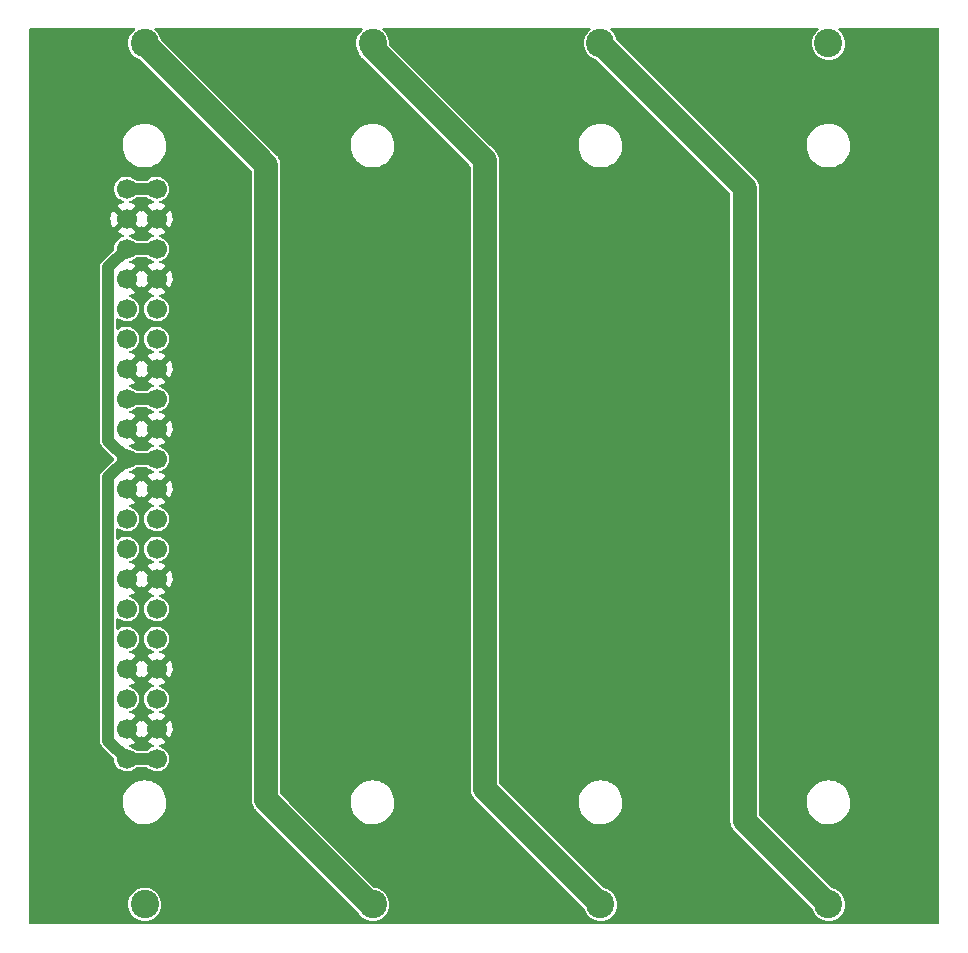
<source format=gbr>
%TF.GenerationSoftware,KiCad,Pcbnew,(6.0.5)*%
%TF.CreationDate,2022-12-15T19:20:58+11:00*%
%TF.ProjectId,Battery Board,42617474-6572-4792-9042-6f6172642e6b,1*%
%TF.SameCoordinates,Original*%
%TF.FileFunction,Copper,L2,Bot*%
%TF.FilePolarity,Positive*%
%FSLAX46Y46*%
G04 Gerber Fmt 4.6, Leading zero omitted, Abs format (unit mm)*
G04 Created by KiCad (PCBNEW (6.0.5)) date 2022-12-15 19:20:58*
%MOMM*%
%LPD*%
G01*
G04 APERTURE LIST*
%TA.AperFunction,ComponentPad*%
%ADD10C,2.400000*%
%TD*%
%TA.AperFunction,ComponentPad*%
%ADD11C,1.700000*%
%TD*%
%TA.AperFunction,ViaPad*%
%ADD12C,0.800000*%
%TD*%
%TA.AperFunction,Conductor*%
%ADD13C,2.000000*%
%TD*%
%TA.AperFunction,Conductor*%
%ADD14C,1.000000*%
%TD*%
G04 APERTURE END LIST*
D10*
%TO.P,BT1,4-*%
%TO.N,Net-(BT1-Pad3+)*%
X101700000Y-55950000D03*
%TO.P,BT1,4+*%
%TO.N,Net-(BT1-Pad4+)*%
X101700000Y-128850000D03*
%TO.P,BT1,3-*%
%TO.N,Net-(BT1-Pad2+)*%
X121000000Y-55950000D03*
%TO.P,BT1,3+*%
%TO.N,Net-(BT1-Pad3+)*%
X121000000Y-128850000D03*
%TO.P,BT1,2-*%
%TO.N,Net-(BT1-Pad1+)*%
X140300000Y-55950000D03*
%TO.P,BT1,2+*%
%TO.N,Net-(BT1-Pad2+)*%
X140300000Y-128850000D03*
%TO.P,BT1,1-*%
%TO.N,GNDPWR*%
X159600000Y-55950000D03*
%TO.P,BT1,1+*%
%TO.N,Net-(BT1-Pad1+)*%
X159600000Y-128850000D03*
%TD*%
D11*
%TO.P,R8,40,5V*%
%TO.N,+5V*%
X102710000Y-68270000D03*
%TO.P,R8,39,GND*%
%TO.N,GND*%
X102710000Y-70810000D03*
%TO.P,R8,38,3.3V*%
%TO.N,+3V3*%
X102710000Y-73350000D03*
%TO.P,R8,37,GND*%
%TO.N,GND*%
X102710000Y-75890000D03*
%TO.P,R8,36,D2*%
%TO.N,unconnected-(R8-Pad36)*%
X102710000Y-78430000D03*
%TO.P,R8,35,D4*%
%TO.N,unconnected-(R8-Pad35)*%
X102710000Y-80970000D03*
%TO.P,R8,34,GND*%
%TO.N,GND*%
X102710000Y-83510000D03*
%TO.P,R8,33,5V*%
%TO.N,+5V*%
X102710000Y-86050000D03*
%TO.P,R8,32,GND*%
%TO.N,GND*%
X102710000Y-88590000D03*
%TO.P,R8,31,3.3V*%
%TO.N,+3V3*%
X102710000Y-91130000D03*
%TO.P,R8,30,GND*%
%TO.N,GND*%
X102710000Y-93670000D03*
%TO.P,R8,29,D6*%
%TO.N,unconnected-(R8-Pad29)*%
X102710000Y-96210000D03*
%TO.P,R8,28,D8*%
%TO.N,unconnected-(R8-Pad28)*%
X102710000Y-98750000D03*
%TO.P,R8,27,GND*%
%TO.N,GND*%
X102710000Y-101290000D03*
%TO.P,R8,26,D10*%
%TO.N,unconnected-(R8-Pad26)*%
X102710000Y-103830000D03*
%TO.P,R8,25,D12*%
%TO.N,unconnected-(R8-Pad25)*%
X102710000Y-106370000D03*
%TO.P,R8,24,GND*%
%TO.N,GND*%
X102710000Y-108910000D03*
%TO.P,R8,23,5V*%
%TO.N,+5V*%
X102710000Y-111450000D03*
%TO.P,R8,22,GND*%
%TO.N,GND*%
X102710000Y-113990000D03*
%TO.P,R8,21,3.3V*%
%TO.N,+3V3*%
X102710000Y-116530000D03*
%TO.P,R8,20,3.3V*%
X100170000Y-116530000D03*
%TO.P,R8,19,GND*%
%TO.N,GND*%
X100170000Y-113990000D03*
%TO.P,R8,18,5V*%
%TO.N,+5V*%
X100170000Y-111450000D03*
%TO.P,R8,17,GND*%
%TO.N,GND*%
X100170000Y-108910000D03*
%TO.P,R8,16,D11*%
%TO.N,unconnected-(R8-Pad16)*%
X100170000Y-106370000D03*
%TO.P,R8,15,D9*%
%TO.N,unconnected-(R8-Pad15)*%
X100170000Y-103830000D03*
%TO.P,R8,14,GND*%
%TO.N,GND*%
X100170000Y-101290000D03*
%TO.P,R8,13,D7*%
%TO.N,unconnected-(R8-Pad13)*%
X100170000Y-98750000D03*
%TO.P,R8,12,D5*%
%TO.N,unconnected-(R8-Pad12)*%
X100170000Y-96210000D03*
%TO.P,R8,11,GND*%
%TO.N,GND*%
X100170000Y-93670000D03*
%TO.P,R8,10,3.3V*%
%TO.N,+3V3*%
X100170000Y-91130000D03*
%TO.P,R8,9,GND*%
%TO.N,GND*%
X100170000Y-88590000D03*
%TO.P,R8,8,5V*%
%TO.N,+5V*%
X100170000Y-86050000D03*
%TO.P,R8,7,GND*%
%TO.N,GND*%
X100170000Y-83510000D03*
%TO.P,R8,6,D3*%
%TO.N,unconnected-(R8-Pad6)*%
X100170000Y-80970000D03*
%TO.P,R8,5,D1*%
%TO.N,unconnected-(R8-Pad5)*%
X100170000Y-78430000D03*
%TO.P,R8,4,GND*%
%TO.N,GND*%
X100170000Y-75890000D03*
%TO.P,R8,3,3.3V*%
%TO.N,+3V3*%
X100170000Y-73350000D03*
%TO.P,R8,2,GND*%
%TO.N,GND*%
X100170000Y-70810000D03*
%TO.P,R8,1,5V*%
%TO.N,+5V*%
X100170000Y-68270000D03*
%TD*%
D12*
%TO.N,GND*%
X96462000Y-60670000D03*
X108600000Y-80900000D03*
X93600000Y-71900000D03*
X132400000Y-87100000D03*
X166058000Y-107660000D03*
X148100000Y-90800000D03*
X113900000Y-77300000D03*
X96970000Y-123916000D03*
X94684000Y-83022000D03*
X94000000Y-104600000D03*
X164280000Y-91404000D03*
X166300000Y-59500000D03*
X110100000Y-96100000D03*
X127300000Y-84200000D03*
X113480000Y-62194000D03*
X116000000Y-89500000D03*
X142300000Y-110100000D03*
X109300000Y-68600000D03*
X149548000Y-124932000D03*
X133100000Y-110900000D03*
X126100000Y-73200000D03*
X144859497Y-82473029D03*
X93414000Y-98008000D03*
X141500000Y-91900000D03*
X165296000Y-74132000D03*
X133200000Y-71200000D03*
X145484000Y-113502000D03*
X116000000Y-97500000D03*
X115000000Y-68500000D03*
X148000000Y-98300000D03*
X149811633Y-69903255D03*
X122000000Y-108800000D03*
X158692000Y-74640000D03*
X154374000Y-105374000D03*
X149700000Y-82900000D03*
%TD*%
D13*
%TO.N,Net-(BT1-Pad1+)*%
X159600000Y-128850000D02*
X152500000Y-121750000D01*
X152500000Y-121750000D02*
X152500000Y-68150000D01*
X152500000Y-68150000D02*
X140300000Y-55950000D01*
%TO.N,Net-(BT1-Pad2+)*%
X140300000Y-128850000D02*
X130500000Y-119050000D01*
X130500000Y-119050000D02*
X130500000Y-65854944D01*
X121000000Y-56354944D02*
X121000000Y-55950000D01*
X130500000Y-65854944D02*
X121000000Y-56354944D01*
%TO.N,Net-(BT1-Pad3+)*%
X112000000Y-66250000D02*
X101700000Y-55950000D01*
X112000000Y-120000000D02*
X112000000Y-66250000D01*
X121000000Y-128850000D02*
X120850000Y-128850000D01*
X120850000Y-128850000D02*
X112000000Y-120000000D01*
D14*
%TO.N,+3V3*%
X100170000Y-91130000D02*
X98620489Y-92679511D01*
X98620489Y-92679511D02*
X98620489Y-114980489D01*
X100170000Y-91130000D02*
X102710000Y-91130000D01*
X100170000Y-116530000D02*
X102710000Y-116530000D01*
X98620489Y-89580489D02*
X100170000Y-91130000D01*
X102710000Y-73350000D02*
X100170000Y-73350000D01*
X100170000Y-73350000D02*
X98620489Y-74899511D01*
X98620489Y-114980489D02*
X100170000Y-116530000D01*
X98620489Y-74899511D02*
X98620489Y-89580489D01*
%TO.N,+5V*%
X102710000Y-86050000D02*
X100170000Y-86050000D01*
X100170000Y-68270000D02*
X102710000Y-68270000D01*
%TD*%
%TA.AperFunction,Conductor*%
%TO.N,GND*%
G36*
X100846246Y-54679407D02*
G01*
X100882210Y-54728907D01*
X100882210Y-54790093D01*
X100847498Y-54838668D01*
X100766984Y-54899119D01*
X100607877Y-55065616D01*
X100605585Y-55068976D01*
X100480389Y-55252505D01*
X100480386Y-55252511D01*
X100478099Y-55255863D01*
X100381136Y-55464752D01*
X100319592Y-55686673D01*
X100295119Y-55915665D01*
X100308376Y-56145580D01*
X100359006Y-56370242D01*
X100445649Y-56583618D01*
X100565979Y-56779978D01*
X100716763Y-56954048D01*
X100893953Y-57101154D01*
X101092790Y-57217345D01*
X101307934Y-57299501D01*
X101311913Y-57300311D01*
X101311918Y-57300312D01*
X101333729Y-57304750D01*
X101383994Y-57331758D01*
X110770504Y-66718268D01*
X110798281Y-66772785D01*
X110799500Y-66788272D01*
X110799500Y-119956153D01*
X110799288Y-119962627D01*
X110794770Y-120031560D01*
X110795303Y-120036063D01*
X110795303Y-120036065D01*
X110805736Y-120124212D01*
X110806007Y-120126789D01*
X110814546Y-120219711D01*
X110815777Y-120224077D01*
X110815778Y-120224080D01*
X110816727Y-120227443D01*
X110819760Y-120242691D01*
X110820169Y-120246152D01*
X110820171Y-120246160D01*
X110820704Y-120250667D01*
X110848384Y-120339812D01*
X110849094Y-120342211D01*
X110874435Y-120432064D01*
X110876441Y-120436131D01*
X110877991Y-120439275D01*
X110883746Y-120453702D01*
X110884781Y-120457036D01*
X110884787Y-120457051D01*
X110886131Y-120461379D01*
X110888242Y-120465390D01*
X110888243Y-120465394D01*
X110929567Y-120543938D01*
X110930743Y-120546247D01*
X110970012Y-120625876D01*
X110972020Y-120629947D01*
X110974734Y-120633582D01*
X110974738Y-120633588D01*
X110976833Y-120636394D01*
X110985116Y-120649520D01*
X110988863Y-120656641D01*
X110991673Y-120660206D01*
X110991674Y-120660207D01*
X111046645Y-120729937D01*
X111048197Y-120731961D01*
X111104033Y-120806733D01*
X111107366Y-120809814D01*
X111167874Y-120865747D01*
X111170677Y-120868441D01*
X119703985Y-129401748D01*
X119725705Y-129434502D01*
X119745649Y-129483618D01*
X119865979Y-129679978D01*
X120016763Y-129854048D01*
X120193953Y-130001154D01*
X120392790Y-130117345D01*
X120607934Y-130199501D01*
X120611909Y-130200310D01*
X120611910Y-130200310D01*
X120829624Y-130244604D01*
X120829628Y-130244604D01*
X120833607Y-130245414D01*
X120837667Y-130245563D01*
X120837668Y-130245563D01*
X120879459Y-130247095D01*
X121063749Y-130253853D01*
X121067767Y-130253338D01*
X121067773Y-130253338D01*
X121288146Y-130225108D01*
X121288152Y-130225107D01*
X121292178Y-130224591D01*
X121296071Y-130223423D01*
X121296076Y-130223422D01*
X121454836Y-130175791D01*
X121512761Y-130158413D01*
X121719574Y-130057096D01*
X121907062Y-129923363D01*
X122070190Y-129760803D01*
X122204577Y-129573783D01*
X122306615Y-129367325D01*
X122336112Y-129270242D01*
X122372380Y-129150869D01*
X122372380Y-129150868D01*
X122373563Y-129146975D01*
X122403622Y-128918649D01*
X122405300Y-128850000D01*
X122386430Y-128620478D01*
X122330326Y-128397120D01*
X122238496Y-128185924D01*
X122113405Y-127992563D01*
X121958412Y-127822229D01*
X121955226Y-127819713D01*
X121955223Y-127819710D01*
X121780869Y-127682013D01*
X121780863Y-127682009D01*
X121777681Y-127679496D01*
X121576065Y-127568198D01*
X121572234Y-127566841D01*
X121572231Y-127566840D01*
X121362814Y-127492681D01*
X121362809Y-127492680D01*
X121358978Y-127491323D01*
X121182904Y-127459959D01*
X121130262Y-127432498D01*
X113944858Y-120247095D01*
X119145028Y-120247095D01*
X119145368Y-120250657D01*
X119145368Y-120250664D01*
X119164030Y-120446264D01*
X119170534Y-120514431D01*
X119234364Y-120775285D01*
X119335182Y-121024192D01*
X119470875Y-121255938D01*
X119473110Y-121258733D01*
X119473113Y-121258737D01*
X119580439Y-121392941D01*
X119638601Y-121465669D01*
X119834846Y-121648991D01*
X120055499Y-121802064D01*
X120177066Y-121862542D01*
X120292723Y-121920081D01*
X120292728Y-121920083D01*
X120295938Y-121921680D01*
X120299349Y-121922798D01*
X120299351Y-121922799D01*
X120547721Y-122004219D01*
X120547724Y-122004220D01*
X120551126Y-122005335D01*
X120815717Y-122051276D01*
X120864761Y-122053717D01*
X120899335Y-122055439D01*
X120899348Y-122055439D01*
X120900567Y-122055500D01*
X121068223Y-122055500D01*
X121267846Y-122041016D01*
X121530080Y-121983120D01*
X121533429Y-121981851D01*
X121533433Y-121981850D01*
X121635087Y-121943337D01*
X121781211Y-121887975D01*
X121935879Y-121802064D01*
X122012837Y-121759318D01*
X122012841Y-121759315D01*
X122015976Y-121757574D01*
X122074870Y-121712628D01*
X122226607Y-121596826D01*
X122226609Y-121596825D01*
X122229458Y-121594650D01*
X122417185Y-121402614D01*
X122575225Y-121185491D01*
X122700265Y-120947828D01*
X122789688Y-120694603D01*
X122796468Y-120660207D01*
X122840925Y-120434648D01*
X122841620Y-120431122D01*
X122854972Y-120162905D01*
X122854632Y-120159343D01*
X122854632Y-120159336D01*
X122829807Y-119899139D01*
X122829806Y-119899134D01*
X122829466Y-119895569D01*
X122765636Y-119634715D01*
X122664818Y-119385808D01*
X122599399Y-119274080D01*
X122530936Y-119157155D01*
X122529125Y-119154062D01*
X122474747Y-119086065D01*
X122363634Y-118947126D01*
X122361399Y-118944331D01*
X122165154Y-118761009D01*
X121944501Y-118607936D01*
X121822934Y-118547458D01*
X121707277Y-118489919D01*
X121707272Y-118489917D01*
X121704062Y-118488320D01*
X121520515Y-118428150D01*
X121452279Y-118405781D01*
X121452276Y-118405780D01*
X121448874Y-118404665D01*
X121184283Y-118358724D01*
X121135239Y-118356283D01*
X121100665Y-118354561D01*
X121100652Y-118354561D01*
X121099433Y-118354500D01*
X120931777Y-118354500D01*
X120732154Y-118368984D01*
X120469920Y-118426880D01*
X120466571Y-118428149D01*
X120466567Y-118428150D01*
X120364913Y-118466663D01*
X120218789Y-118522025D01*
X120111295Y-118581733D01*
X119987163Y-118650682D01*
X119987159Y-118650685D01*
X119984024Y-118652426D01*
X119981174Y-118654601D01*
X119981171Y-118654603D01*
X119773393Y-118813174D01*
X119770542Y-118815350D01*
X119582815Y-119007386D01*
X119424775Y-119224509D01*
X119423111Y-119227672D01*
X119423109Y-119227675D01*
X119382425Y-119305003D01*
X119299735Y-119462172D01*
X119210312Y-119715397D01*
X119209618Y-119718919D01*
X119209617Y-119718922D01*
X119170823Y-119915747D01*
X119158380Y-119978878D01*
X119145028Y-120247095D01*
X113944858Y-120247095D01*
X113229496Y-119531733D01*
X113201719Y-119477216D01*
X113200500Y-119461729D01*
X113200500Y-66293848D01*
X113200712Y-66287373D01*
X113204933Y-66222968D01*
X113205230Y-66218440D01*
X113194262Y-66125772D01*
X113193991Y-66123195D01*
X113192484Y-66106798D01*
X113185454Y-66030289D01*
X113183273Y-66022554D01*
X113180244Y-66007326D01*
X113179832Y-66003846D01*
X113179830Y-66003837D01*
X113179297Y-65999333D01*
X113151612Y-65910171D01*
X113150894Y-65907746D01*
X113126799Y-65822310D01*
X113126798Y-65822306D01*
X113125565Y-65817936D01*
X113122009Y-65810725D01*
X113116254Y-65796298D01*
X113115219Y-65792964D01*
X113115213Y-65792949D01*
X113113869Y-65788621D01*
X113070410Y-65706020D01*
X113069284Y-65703809D01*
X113027980Y-65620053D01*
X113023168Y-65613609D01*
X113014874Y-65600463D01*
X113013254Y-65597383D01*
X113013251Y-65597379D01*
X113011137Y-65593360D01*
X112953336Y-65520040D01*
X112951832Y-65518079D01*
X112895967Y-65443267D01*
X112832111Y-65384239D01*
X112829309Y-65381546D01*
X112084858Y-64637095D01*
X119145028Y-64637095D01*
X119145368Y-64640657D01*
X119145368Y-64640664D01*
X119162922Y-64824648D01*
X119170534Y-64904431D01*
X119234364Y-65165285D01*
X119335182Y-65414192D01*
X119336993Y-65417285D01*
X119336994Y-65417287D01*
X119452864Y-65615177D01*
X119470875Y-65645938D01*
X119473110Y-65648733D01*
X119473113Y-65648737D01*
X119580439Y-65782941D01*
X119638601Y-65855669D01*
X119767887Y-65976441D01*
X119825531Y-66030289D01*
X119834846Y-66038991D01*
X120055499Y-66192064D01*
X120117619Y-66222968D01*
X120292723Y-66310081D01*
X120292728Y-66310083D01*
X120295938Y-66311680D01*
X120299349Y-66312798D01*
X120299351Y-66312799D01*
X120547721Y-66394219D01*
X120547724Y-66394220D01*
X120551126Y-66395335D01*
X120815717Y-66441276D01*
X120864761Y-66443717D01*
X120899335Y-66445439D01*
X120899348Y-66445439D01*
X120900567Y-66445500D01*
X121068223Y-66445500D01*
X121267846Y-66431016D01*
X121530080Y-66373120D01*
X121533429Y-66371851D01*
X121533433Y-66371850D01*
X121661810Y-66323212D01*
X121781211Y-66277975D01*
X121935879Y-66192064D01*
X122012837Y-66149318D01*
X122012841Y-66149315D01*
X122015976Y-66147574D01*
X122046237Y-66124480D01*
X122226607Y-65986826D01*
X122226609Y-65986825D01*
X122229458Y-65984650D01*
X122417185Y-65792614D01*
X122575225Y-65575491D01*
X122604365Y-65520106D01*
X122698595Y-65341002D01*
X122700265Y-65337828D01*
X122789688Y-65084603D01*
X122825904Y-64900861D01*
X122840925Y-64824648D01*
X122841620Y-64821122D01*
X122854972Y-64552905D01*
X122854632Y-64549343D01*
X122854632Y-64549336D01*
X122829807Y-64289139D01*
X122829806Y-64289134D01*
X122829466Y-64285569D01*
X122765636Y-64024715D01*
X122664818Y-63775808D01*
X122529125Y-63544062D01*
X122361399Y-63334331D01*
X122165154Y-63151009D01*
X121944501Y-62997936D01*
X121771812Y-62912025D01*
X121707277Y-62879919D01*
X121707272Y-62879917D01*
X121704062Y-62878320D01*
X121520515Y-62818150D01*
X121452279Y-62795781D01*
X121452276Y-62795780D01*
X121448874Y-62794665D01*
X121184283Y-62748724D01*
X121135239Y-62746283D01*
X121100665Y-62744561D01*
X121100652Y-62744561D01*
X121099433Y-62744500D01*
X120931777Y-62744500D01*
X120732154Y-62758984D01*
X120469920Y-62816880D01*
X120466571Y-62818149D01*
X120466567Y-62818150D01*
X120364913Y-62856663D01*
X120218789Y-62912025D01*
X120088411Y-62984444D01*
X119987163Y-63040682D01*
X119987159Y-63040685D01*
X119984024Y-63042426D01*
X119981174Y-63044601D01*
X119981171Y-63044603D01*
X119773393Y-63203174D01*
X119770542Y-63205350D01*
X119582815Y-63397386D01*
X119424775Y-63614509D01*
X119299735Y-63852172D01*
X119210312Y-64105397D01*
X119209618Y-64108919D01*
X119209617Y-64108922D01*
X119164479Y-64337934D01*
X119158380Y-64368878D01*
X119145028Y-64637095D01*
X112084858Y-64637095D01*
X103078334Y-55630571D01*
X103052321Y-55584685D01*
X103031317Y-55501066D01*
X103030326Y-55497120D01*
X102938496Y-55285924D01*
X102813405Y-55092563D01*
X102658412Y-54922229D01*
X102655226Y-54919713D01*
X102655223Y-54919710D01*
X102550738Y-54837193D01*
X102516789Y-54786289D01*
X102519245Y-54725153D01*
X102557166Y-54677136D01*
X102612096Y-54660500D01*
X120088055Y-54660500D01*
X120146246Y-54679407D01*
X120182210Y-54728907D01*
X120182210Y-54790093D01*
X120147498Y-54838668D01*
X120066984Y-54899119D01*
X119907877Y-55065616D01*
X119905585Y-55068976D01*
X119780389Y-55252505D01*
X119780386Y-55252511D01*
X119778099Y-55255863D01*
X119681136Y-55464752D01*
X119619592Y-55686673D01*
X119595119Y-55915665D01*
X119608376Y-56145580D01*
X119659006Y-56370242D01*
X119745649Y-56583618D01*
X119865979Y-56779978D01*
X119868640Y-56783049D01*
X119871041Y-56786331D01*
X119870001Y-56787092D01*
X119881803Y-56808308D01*
X119883047Y-56807793D01*
X119884787Y-56811993D01*
X119886131Y-56816323D01*
X119888242Y-56820334D01*
X119888243Y-56820338D01*
X119929567Y-56898882D01*
X119930743Y-56901191D01*
X119958090Y-56956644D01*
X119972020Y-56984891D01*
X119974734Y-56988526D01*
X119974738Y-56988532D01*
X119976833Y-56991338D01*
X119985116Y-57004464D01*
X119988863Y-57011585D01*
X119991673Y-57015150D01*
X119991674Y-57015151D01*
X120046645Y-57084881D01*
X120048197Y-57086905D01*
X120104033Y-57161677D01*
X120107366Y-57164758D01*
X120167874Y-57220691D01*
X120170677Y-57223385D01*
X129270504Y-66323212D01*
X129298281Y-66377729D01*
X129299500Y-66393216D01*
X129299500Y-119006153D01*
X129299288Y-119012627D01*
X129294770Y-119081560D01*
X129295303Y-119086063D01*
X129295303Y-119086065D01*
X129305736Y-119174212D01*
X129306007Y-119176789D01*
X129314546Y-119269711D01*
X129315777Y-119274077D01*
X129315778Y-119274080D01*
X129316727Y-119277443D01*
X129319760Y-119292691D01*
X129320169Y-119296152D01*
X129320171Y-119296160D01*
X129320704Y-119300667D01*
X129348384Y-119389812D01*
X129349094Y-119392211D01*
X129374435Y-119482064D01*
X129376441Y-119486131D01*
X129377991Y-119489275D01*
X129383746Y-119503702D01*
X129384781Y-119507036D01*
X129384787Y-119507051D01*
X129386131Y-119511379D01*
X129388242Y-119515390D01*
X129388243Y-119515394D01*
X129429567Y-119593938D01*
X129430743Y-119596247D01*
X129470012Y-119675876D01*
X129472020Y-119679947D01*
X129474734Y-119683582D01*
X129474738Y-119683588D01*
X129476833Y-119686394D01*
X129485116Y-119699520D01*
X129488863Y-119706641D01*
X129491673Y-119710206D01*
X129491674Y-119710207D01*
X129546645Y-119779937D01*
X129548197Y-119781961D01*
X129604033Y-119856733D01*
X129607366Y-119859814D01*
X129667874Y-119915747D01*
X129670677Y-119918441D01*
X138920270Y-129168034D01*
X138946844Y-129216274D01*
X138959006Y-129270242D01*
X139045649Y-129483618D01*
X139165979Y-129679978D01*
X139316763Y-129854048D01*
X139493953Y-130001154D01*
X139692790Y-130117345D01*
X139907934Y-130199501D01*
X139911909Y-130200310D01*
X139911910Y-130200310D01*
X140129624Y-130244604D01*
X140129628Y-130244604D01*
X140133607Y-130245414D01*
X140137667Y-130245563D01*
X140137668Y-130245563D01*
X140179459Y-130247095D01*
X140363749Y-130253853D01*
X140367767Y-130253338D01*
X140367773Y-130253338D01*
X140588146Y-130225108D01*
X140588152Y-130225107D01*
X140592178Y-130224591D01*
X140596071Y-130223423D01*
X140596076Y-130223422D01*
X140754836Y-130175791D01*
X140812761Y-130158413D01*
X141019574Y-130057096D01*
X141207062Y-129923363D01*
X141370190Y-129760803D01*
X141504577Y-129573783D01*
X141606615Y-129367325D01*
X141636112Y-129270242D01*
X141672380Y-129150869D01*
X141672380Y-129150868D01*
X141673563Y-129146975D01*
X141703622Y-128918649D01*
X141705300Y-128850000D01*
X141686430Y-128620478D01*
X141630326Y-128397120D01*
X141538496Y-128185924D01*
X141413405Y-127992563D01*
X141258412Y-127822229D01*
X141255226Y-127819713D01*
X141255223Y-127819710D01*
X141080869Y-127682013D01*
X141080863Y-127682009D01*
X141077681Y-127679496D01*
X140876065Y-127568198D01*
X140872234Y-127566841D01*
X140872231Y-127566840D01*
X140801685Y-127541858D01*
X140658978Y-127491323D01*
X140657529Y-127491065D01*
X140613525Y-127465761D01*
X133394858Y-120247095D01*
X138445028Y-120247095D01*
X138445368Y-120250657D01*
X138445368Y-120250664D01*
X138464030Y-120446264D01*
X138470534Y-120514431D01*
X138534364Y-120775285D01*
X138635182Y-121024192D01*
X138770875Y-121255938D01*
X138773110Y-121258733D01*
X138773113Y-121258737D01*
X138880439Y-121392941D01*
X138938601Y-121465669D01*
X139134846Y-121648991D01*
X139355499Y-121802064D01*
X139477066Y-121862542D01*
X139592723Y-121920081D01*
X139592728Y-121920083D01*
X139595938Y-121921680D01*
X139599349Y-121922798D01*
X139599351Y-121922799D01*
X139847721Y-122004219D01*
X139847724Y-122004220D01*
X139851126Y-122005335D01*
X140115717Y-122051276D01*
X140164761Y-122053717D01*
X140199335Y-122055439D01*
X140199348Y-122055439D01*
X140200567Y-122055500D01*
X140368223Y-122055500D01*
X140567846Y-122041016D01*
X140830080Y-121983120D01*
X140833429Y-121981851D01*
X140833433Y-121981850D01*
X140935087Y-121943337D01*
X141081211Y-121887975D01*
X141235879Y-121802064D01*
X141312837Y-121759318D01*
X141312841Y-121759315D01*
X141315976Y-121757574D01*
X141374870Y-121712628D01*
X141526607Y-121596826D01*
X141526609Y-121596825D01*
X141529458Y-121594650D01*
X141717185Y-121402614D01*
X141875225Y-121185491D01*
X142000265Y-120947828D01*
X142089688Y-120694603D01*
X142096468Y-120660207D01*
X142140925Y-120434648D01*
X142141620Y-120431122D01*
X142154972Y-120162905D01*
X142154632Y-120159343D01*
X142154632Y-120159336D01*
X142129807Y-119899139D01*
X142129806Y-119899134D01*
X142129466Y-119895569D01*
X142065636Y-119634715D01*
X141964818Y-119385808D01*
X141899399Y-119274080D01*
X141830936Y-119157155D01*
X141829125Y-119154062D01*
X141774747Y-119086065D01*
X141663634Y-118947126D01*
X141661399Y-118944331D01*
X141465154Y-118761009D01*
X141244501Y-118607936D01*
X141122934Y-118547458D01*
X141007277Y-118489919D01*
X141007272Y-118489917D01*
X141004062Y-118488320D01*
X140820515Y-118428150D01*
X140752279Y-118405781D01*
X140752276Y-118405780D01*
X140748874Y-118404665D01*
X140484283Y-118358724D01*
X140435239Y-118356283D01*
X140400665Y-118354561D01*
X140400652Y-118354561D01*
X140399433Y-118354500D01*
X140231777Y-118354500D01*
X140032154Y-118368984D01*
X139769920Y-118426880D01*
X139766571Y-118428149D01*
X139766567Y-118428150D01*
X139664913Y-118466663D01*
X139518789Y-118522025D01*
X139411295Y-118581733D01*
X139287163Y-118650682D01*
X139287159Y-118650685D01*
X139284024Y-118652426D01*
X139281174Y-118654601D01*
X139281171Y-118654603D01*
X139073393Y-118813174D01*
X139070542Y-118815350D01*
X138882815Y-119007386D01*
X138724775Y-119224509D01*
X138723111Y-119227672D01*
X138723109Y-119227675D01*
X138682425Y-119305003D01*
X138599735Y-119462172D01*
X138510312Y-119715397D01*
X138509618Y-119718919D01*
X138509617Y-119718922D01*
X138470823Y-119915747D01*
X138458380Y-119978878D01*
X138445028Y-120247095D01*
X133394858Y-120247095D01*
X131729496Y-118581733D01*
X131701719Y-118527216D01*
X131700500Y-118511729D01*
X131700500Y-65898792D01*
X131700712Y-65892317D01*
X131704933Y-65827912D01*
X131705230Y-65823384D01*
X131702905Y-65803736D01*
X131694262Y-65730716D01*
X131693991Y-65728139D01*
X131686695Y-65648737D01*
X131685454Y-65635233D01*
X131683273Y-65627498D01*
X131680244Y-65612270D01*
X131679832Y-65608790D01*
X131679830Y-65608781D01*
X131679297Y-65604277D01*
X131651612Y-65515115D01*
X131650894Y-65512690D01*
X131626799Y-65427254D01*
X131626798Y-65427250D01*
X131625565Y-65422880D01*
X131622009Y-65415669D01*
X131616254Y-65401242D01*
X131615219Y-65397908D01*
X131615213Y-65397893D01*
X131613869Y-65393565D01*
X131570410Y-65310964D01*
X131569284Y-65308753D01*
X131527980Y-65224997D01*
X131523168Y-65218553D01*
X131514874Y-65205407D01*
X131513254Y-65202327D01*
X131513251Y-65202323D01*
X131511137Y-65198304D01*
X131453336Y-65124984D01*
X131451832Y-65123023D01*
X131395967Y-65048211D01*
X131332111Y-64989183D01*
X131329309Y-64986490D01*
X130979914Y-64637095D01*
X138445028Y-64637095D01*
X138445368Y-64640657D01*
X138445368Y-64640664D01*
X138462922Y-64824648D01*
X138470534Y-64904431D01*
X138534364Y-65165285D01*
X138635182Y-65414192D01*
X138636993Y-65417285D01*
X138636994Y-65417287D01*
X138752864Y-65615177D01*
X138770875Y-65645938D01*
X138773110Y-65648733D01*
X138773113Y-65648737D01*
X138880439Y-65782941D01*
X138938601Y-65855669D01*
X139067887Y-65976441D01*
X139125531Y-66030289D01*
X139134846Y-66038991D01*
X139355499Y-66192064D01*
X139417619Y-66222968D01*
X139592723Y-66310081D01*
X139592728Y-66310083D01*
X139595938Y-66311680D01*
X139599349Y-66312798D01*
X139599351Y-66312799D01*
X139847721Y-66394219D01*
X139847724Y-66394220D01*
X139851126Y-66395335D01*
X140115717Y-66441276D01*
X140164761Y-66443717D01*
X140199335Y-66445439D01*
X140199348Y-66445439D01*
X140200567Y-66445500D01*
X140368223Y-66445500D01*
X140567846Y-66431016D01*
X140830080Y-66373120D01*
X140833429Y-66371851D01*
X140833433Y-66371850D01*
X140961810Y-66323212D01*
X141081211Y-66277975D01*
X141235879Y-66192064D01*
X141312837Y-66149318D01*
X141312841Y-66149315D01*
X141315976Y-66147574D01*
X141346237Y-66124480D01*
X141526607Y-65986826D01*
X141526609Y-65986825D01*
X141529458Y-65984650D01*
X141717185Y-65792614D01*
X141875225Y-65575491D01*
X141904365Y-65520106D01*
X141998595Y-65341002D01*
X142000265Y-65337828D01*
X142089688Y-65084603D01*
X142125904Y-64900861D01*
X142140925Y-64824648D01*
X142141620Y-64821122D01*
X142154972Y-64552905D01*
X142154632Y-64549343D01*
X142154632Y-64549336D01*
X142129807Y-64289139D01*
X142129806Y-64289134D01*
X142129466Y-64285569D01*
X142065636Y-64024715D01*
X141964818Y-63775808D01*
X141829125Y-63544062D01*
X141661399Y-63334331D01*
X141465154Y-63151009D01*
X141244501Y-62997936D01*
X141071812Y-62912025D01*
X141007277Y-62879919D01*
X141007272Y-62879917D01*
X141004062Y-62878320D01*
X140820515Y-62818150D01*
X140752279Y-62795781D01*
X140752276Y-62795780D01*
X140748874Y-62794665D01*
X140484283Y-62748724D01*
X140435239Y-62746283D01*
X140400665Y-62744561D01*
X140400652Y-62744561D01*
X140399433Y-62744500D01*
X140231777Y-62744500D01*
X140032154Y-62758984D01*
X139769920Y-62816880D01*
X139766571Y-62818149D01*
X139766567Y-62818150D01*
X139664913Y-62856663D01*
X139518789Y-62912025D01*
X139388411Y-62984444D01*
X139287163Y-63040682D01*
X139287159Y-63040685D01*
X139284024Y-63042426D01*
X139281174Y-63044601D01*
X139281171Y-63044603D01*
X139073393Y-63203174D01*
X139070542Y-63205350D01*
X138882815Y-63397386D01*
X138724775Y-63614509D01*
X138599735Y-63852172D01*
X138510312Y-64105397D01*
X138509618Y-64108919D01*
X138509617Y-64108922D01*
X138464479Y-64337934D01*
X138458380Y-64368878D01*
X138445028Y-64637095D01*
X130979914Y-64637095D01*
X122432619Y-56089800D01*
X122404842Y-56035283D01*
X122403653Y-56017377D01*
X122405235Y-55952640D01*
X122405300Y-55950000D01*
X122386430Y-55720478D01*
X122330326Y-55497120D01*
X122238496Y-55285924D01*
X122113405Y-55092563D01*
X121958412Y-54922229D01*
X121955226Y-54919713D01*
X121955223Y-54919710D01*
X121850738Y-54837193D01*
X121816789Y-54786289D01*
X121819245Y-54725153D01*
X121857166Y-54677136D01*
X121912096Y-54660500D01*
X139388055Y-54660500D01*
X139446246Y-54679407D01*
X139482210Y-54728907D01*
X139482210Y-54790093D01*
X139447498Y-54838668D01*
X139366984Y-54899119D01*
X139207877Y-55065616D01*
X139205585Y-55068976D01*
X139080389Y-55252505D01*
X139080386Y-55252511D01*
X139078099Y-55255863D01*
X138981136Y-55464752D01*
X138919592Y-55686673D01*
X138895119Y-55915665D01*
X138908376Y-56145580D01*
X138959006Y-56370242D01*
X139045649Y-56583618D01*
X139165979Y-56779978D01*
X139316763Y-56954048D01*
X139493953Y-57101154D01*
X139692790Y-57217345D01*
X139907934Y-57299501D01*
X139911913Y-57300311D01*
X139911918Y-57300312D01*
X139933729Y-57304750D01*
X139983994Y-57331758D01*
X151270504Y-68618267D01*
X151298281Y-68672784D01*
X151299500Y-68688271D01*
X151299500Y-121706153D01*
X151299288Y-121712627D01*
X151294770Y-121781560D01*
X151295303Y-121786063D01*
X151295303Y-121786065D01*
X151305736Y-121874212D01*
X151306007Y-121876789D01*
X151314546Y-121969711D01*
X151315777Y-121974077D01*
X151315778Y-121974080D01*
X151316727Y-121977443D01*
X151319760Y-121992691D01*
X151320169Y-121996152D01*
X151320171Y-121996160D01*
X151320704Y-122000667D01*
X151348384Y-122089812D01*
X151349094Y-122092211D01*
X151374435Y-122182064D01*
X151376441Y-122186131D01*
X151377991Y-122189275D01*
X151383746Y-122203702D01*
X151384781Y-122207036D01*
X151384787Y-122207051D01*
X151386131Y-122211379D01*
X151388242Y-122215390D01*
X151388243Y-122215394D01*
X151429567Y-122293938D01*
X151430743Y-122296247D01*
X151470012Y-122375876D01*
X151472020Y-122379947D01*
X151474734Y-122383582D01*
X151474738Y-122383588D01*
X151476833Y-122386394D01*
X151485116Y-122399520D01*
X151488863Y-122406641D01*
X151491673Y-122410206D01*
X151491674Y-122410207D01*
X151546645Y-122479937D01*
X151548197Y-122481961D01*
X151604033Y-122556733D01*
X151607366Y-122559814D01*
X151667874Y-122615747D01*
X151670677Y-122618441D01*
X158220269Y-129168032D01*
X158246843Y-129216271D01*
X158259006Y-129270242D01*
X158260534Y-129274005D01*
X158260536Y-129274011D01*
X158344118Y-129479848D01*
X158345649Y-129483618D01*
X158465979Y-129679978D01*
X158616763Y-129854048D01*
X158793953Y-130001154D01*
X158992790Y-130117345D01*
X159207934Y-130199501D01*
X159211909Y-130200310D01*
X159211910Y-130200310D01*
X159429624Y-130244604D01*
X159429628Y-130244604D01*
X159433607Y-130245414D01*
X159437667Y-130245563D01*
X159437668Y-130245563D01*
X159479459Y-130247095D01*
X159663749Y-130253853D01*
X159667767Y-130253338D01*
X159667773Y-130253338D01*
X159888146Y-130225108D01*
X159888152Y-130225107D01*
X159892178Y-130224591D01*
X159896071Y-130223423D01*
X159896076Y-130223422D01*
X160054836Y-130175791D01*
X160112761Y-130158413D01*
X160319574Y-130057096D01*
X160507062Y-129923363D01*
X160670190Y-129760803D01*
X160804577Y-129573783D01*
X160906615Y-129367325D01*
X160936112Y-129270242D01*
X160972380Y-129150869D01*
X160972380Y-129150868D01*
X160973563Y-129146975D01*
X161003622Y-128918649D01*
X161005300Y-128850000D01*
X160986430Y-128620478D01*
X160930326Y-128397120D01*
X160838496Y-128185924D01*
X160713405Y-127992563D01*
X160558412Y-127822229D01*
X160555226Y-127819713D01*
X160555223Y-127819710D01*
X160380869Y-127682013D01*
X160380863Y-127682009D01*
X160377681Y-127679496D01*
X160176065Y-127568198D01*
X160172234Y-127566841D01*
X160172231Y-127566840D01*
X160101685Y-127541858D01*
X159958978Y-127491323D01*
X159957529Y-127491065D01*
X159913525Y-127465761D01*
X153729496Y-121281733D01*
X153701719Y-121227216D01*
X153700500Y-121211729D01*
X153700500Y-120247095D01*
X157750028Y-120247095D01*
X157750368Y-120250657D01*
X157750368Y-120250664D01*
X157769030Y-120446264D01*
X157775534Y-120514431D01*
X157839364Y-120775285D01*
X157940182Y-121024192D01*
X158075875Y-121255938D01*
X158078110Y-121258733D01*
X158078113Y-121258737D01*
X158185439Y-121392941D01*
X158243601Y-121465669D01*
X158439846Y-121648991D01*
X158660499Y-121802064D01*
X158782066Y-121862542D01*
X158897723Y-121920081D01*
X158897728Y-121920083D01*
X158900938Y-121921680D01*
X158904349Y-121922798D01*
X158904351Y-121922799D01*
X159152721Y-122004219D01*
X159152724Y-122004220D01*
X159156126Y-122005335D01*
X159420717Y-122051276D01*
X159469761Y-122053717D01*
X159504335Y-122055439D01*
X159504348Y-122055439D01*
X159505567Y-122055500D01*
X159673223Y-122055500D01*
X159872846Y-122041016D01*
X160135080Y-121983120D01*
X160138429Y-121981851D01*
X160138433Y-121981850D01*
X160240087Y-121943337D01*
X160386211Y-121887975D01*
X160540879Y-121802064D01*
X160617837Y-121759318D01*
X160617841Y-121759315D01*
X160620976Y-121757574D01*
X160679870Y-121712628D01*
X160831607Y-121596826D01*
X160831609Y-121596825D01*
X160834458Y-121594650D01*
X161022185Y-121402614D01*
X161180225Y-121185491D01*
X161305265Y-120947828D01*
X161394688Y-120694603D01*
X161401468Y-120660207D01*
X161445925Y-120434648D01*
X161446620Y-120431122D01*
X161459972Y-120162905D01*
X161459632Y-120159343D01*
X161459632Y-120159336D01*
X161434807Y-119899139D01*
X161434806Y-119899134D01*
X161434466Y-119895569D01*
X161370636Y-119634715D01*
X161269818Y-119385808D01*
X161204399Y-119274080D01*
X161135936Y-119157155D01*
X161134125Y-119154062D01*
X161079747Y-119086065D01*
X160968634Y-118947126D01*
X160966399Y-118944331D01*
X160770154Y-118761009D01*
X160549501Y-118607936D01*
X160427934Y-118547458D01*
X160312277Y-118489919D01*
X160312272Y-118489917D01*
X160309062Y-118488320D01*
X160125515Y-118428150D01*
X160057279Y-118405781D01*
X160057276Y-118405780D01*
X160053874Y-118404665D01*
X159789283Y-118358724D01*
X159740239Y-118356283D01*
X159705665Y-118354561D01*
X159705652Y-118354561D01*
X159704433Y-118354500D01*
X159536777Y-118354500D01*
X159337154Y-118368984D01*
X159074920Y-118426880D01*
X159071571Y-118428149D01*
X159071567Y-118428150D01*
X158969913Y-118466663D01*
X158823789Y-118522025D01*
X158716295Y-118581733D01*
X158592163Y-118650682D01*
X158592159Y-118650685D01*
X158589024Y-118652426D01*
X158586174Y-118654601D01*
X158586171Y-118654603D01*
X158378393Y-118813174D01*
X158375542Y-118815350D01*
X158187815Y-119007386D01*
X158029775Y-119224509D01*
X158028111Y-119227672D01*
X158028109Y-119227675D01*
X157987425Y-119305003D01*
X157904735Y-119462172D01*
X157815312Y-119715397D01*
X157814618Y-119718919D01*
X157814617Y-119718922D01*
X157775823Y-119915747D01*
X157763380Y-119978878D01*
X157750028Y-120247095D01*
X153700500Y-120247095D01*
X153700500Y-68193843D01*
X153700712Y-68187368D01*
X153704933Y-68122966D01*
X153705230Y-68118439D01*
X153704697Y-68113934D01*
X153694263Y-68025779D01*
X153693992Y-68023202D01*
X153685869Y-67934804D01*
X153685869Y-67934803D01*
X153685454Y-67930289D01*
X153683270Y-67922544D01*
X153680241Y-67907314D01*
X153679830Y-67903846D01*
X153679296Y-67899332D01*
X153651613Y-67810177D01*
X153650893Y-67807745D01*
X153626798Y-67722308D01*
X153625565Y-67717936D01*
X153622011Y-67710729D01*
X153616253Y-67696297D01*
X153613869Y-67688620D01*
X153605983Y-67673630D01*
X153597997Y-67658451D01*
X153570402Y-67606003D01*
X153569276Y-67603794D01*
X153527980Y-67520053D01*
X153525266Y-67516419D01*
X153525260Y-67516409D01*
X153523170Y-67513611D01*
X153514880Y-67500474D01*
X153511137Y-67493359D01*
X153453331Y-67420032D01*
X153451827Y-67418072D01*
X153395967Y-67343267D01*
X153332111Y-67284239D01*
X153329309Y-67281546D01*
X150684858Y-64637095D01*
X157750028Y-64637095D01*
X157750368Y-64640657D01*
X157750368Y-64640664D01*
X157767922Y-64824648D01*
X157775534Y-64904431D01*
X157839364Y-65165285D01*
X157940182Y-65414192D01*
X157941993Y-65417285D01*
X157941994Y-65417287D01*
X158057864Y-65615177D01*
X158075875Y-65645938D01*
X158078110Y-65648733D01*
X158078113Y-65648737D01*
X158185439Y-65782941D01*
X158243601Y-65855669D01*
X158372887Y-65976441D01*
X158430531Y-66030289D01*
X158439846Y-66038991D01*
X158660499Y-66192064D01*
X158722619Y-66222968D01*
X158897723Y-66310081D01*
X158897728Y-66310083D01*
X158900938Y-66311680D01*
X158904349Y-66312798D01*
X158904351Y-66312799D01*
X159152721Y-66394219D01*
X159152724Y-66394220D01*
X159156126Y-66395335D01*
X159420717Y-66441276D01*
X159469761Y-66443717D01*
X159504335Y-66445439D01*
X159504348Y-66445439D01*
X159505567Y-66445500D01*
X159673223Y-66445500D01*
X159872846Y-66431016D01*
X160135080Y-66373120D01*
X160138429Y-66371851D01*
X160138433Y-66371850D01*
X160266810Y-66323212D01*
X160386211Y-66277975D01*
X160540879Y-66192064D01*
X160617837Y-66149318D01*
X160617841Y-66149315D01*
X160620976Y-66147574D01*
X160651237Y-66124480D01*
X160831607Y-65986826D01*
X160831609Y-65986825D01*
X160834458Y-65984650D01*
X161022185Y-65792614D01*
X161180225Y-65575491D01*
X161209365Y-65520106D01*
X161303595Y-65341002D01*
X161305265Y-65337828D01*
X161394688Y-65084603D01*
X161430904Y-64900861D01*
X161445925Y-64824648D01*
X161446620Y-64821122D01*
X161459972Y-64552905D01*
X161459632Y-64549343D01*
X161459632Y-64549336D01*
X161434807Y-64289139D01*
X161434806Y-64289134D01*
X161434466Y-64285569D01*
X161370636Y-64024715D01*
X161269818Y-63775808D01*
X161134125Y-63544062D01*
X160966399Y-63334331D01*
X160770154Y-63151009D01*
X160549501Y-62997936D01*
X160376812Y-62912025D01*
X160312277Y-62879919D01*
X160312272Y-62879917D01*
X160309062Y-62878320D01*
X160125515Y-62818150D01*
X160057279Y-62795781D01*
X160057276Y-62795780D01*
X160053874Y-62794665D01*
X159789283Y-62748724D01*
X159740239Y-62746283D01*
X159705665Y-62744561D01*
X159705652Y-62744561D01*
X159704433Y-62744500D01*
X159536777Y-62744500D01*
X159337154Y-62758984D01*
X159074920Y-62816880D01*
X159071571Y-62818149D01*
X159071567Y-62818150D01*
X158969913Y-62856663D01*
X158823789Y-62912025D01*
X158693411Y-62984444D01*
X158592163Y-63040682D01*
X158592159Y-63040685D01*
X158589024Y-63042426D01*
X158586174Y-63044601D01*
X158586171Y-63044603D01*
X158378393Y-63203174D01*
X158375542Y-63205350D01*
X158187815Y-63397386D01*
X158029775Y-63614509D01*
X157904735Y-63852172D01*
X157815312Y-64105397D01*
X157814618Y-64108919D01*
X157814617Y-64108922D01*
X157769479Y-64337934D01*
X157763380Y-64368878D01*
X157750028Y-64637095D01*
X150684858Y-64637095D01*
X141678334Y-55630571D01*
X141652321Y-55584685D01*
X141631317Y-55501066D01*
X141630326Y-55497120D01*
X141538496Y-55285924D01*
X141413405Y-55092563D01*
X141258412Y-54922229D01*
X141255226Y-54919713D01*
X141255223Y-54919710D01*
X141150738Y-54837193D01*
X141116789Y-54786289D01*
X141119245Y-54725153D01*
X141157166Y-54677136D01*
X141212096Y-54660500D01*
X158688055Y-54660500D01*
X158746246Y-54679407D01*
X158782210Y-54728907D01*
X158782210Y-54790093D01*
X158747498Y-54838668D01*
X158666984Y-54899119D01*
X158507877Y-55065616D01*
X158505585Y-55068976D01*
X158380389Y-55252505D01*
X158380386Y-55252511D01*
X158378099Y-55255863D01*
X158281136Y-55464752D01*
X158219592Y-55686673D01*
X158195119Y-55915665D01*
X158208376Y-56145580D01*
X158259006Y-56370242D01*
X158345649Y-56583618D01*
X158465979Y-56779978D01*
X158616763Y-56954048D01*
X158793953Y-57101154D01*
X158992790Y-57217345D01*
X159207934Y-57299501D01*
X159211909Y-57300310D01*
X159211910Y-57300310D01*
X159429624Y-57344604D01*
X159429628Y-57344604D01*
X159433607Y-57345414D01*
X159437667Y-57345563D01*
X159437668Y-57345563D01*
X159479459Y-57347095D01*
X159663749Y-57353853D01*
X159667767Y-57353338D01*
X159667773Y-57353338D01*
X159888146Y-57325108D01*
X159888152Y-57325107D01*
X159892178Y-57324591D01*
X159896071Y-57323423D01*
X159896076Y-57323422D01*
X160054836Y-57275791D01*
X160112761Y-57258413D01*
X160319574Y-57157096D01*
X160507062Y-57023363D01*
X160670190Y-56860803D01*
X160804577Y-56673783D01*
X160906615Y-56467325D01*
X160936112Y-56370242D01*
X160972380Y-56250869D01*
X160972380Y-56250868D01*
X160973563Y-56246975D01*
X161003622Y-56018649D01*
X161005300Y-55950000D01*
X160986430Y-55720478D01*
X160930326Y-55497120D01*
X160838496Y-55285924D01*
X160713405Y-55092563D01*
X160558412Y-54922229D01*
X160555226Y-54919713D01*
X160555223Y-54919710D01*
X160450738Y-54837193D01*
X160416789Y-54786289D01*
X160419245Y-54725153D01*
X160457166Y-54677136D01*
X160512096Y-54660500D01*
X168890500Y-54660500D01*
X168948691Y-54679407D01*
X168984655Y-54728907D01*
X168989500Y-54759500D01*
X168989500Y-130440500D01*
X168970593Y-130498691D01*
X168921093Y-130534655D01*
X168890500Y-130539500D01*
X92009500Y-130539500D01*
X91951309Y-130520593D01*
X91915345Y-130471093D01*
X91910500Y-130440500D01*
X91910500Y-128815665D01*
X100295119Y-128815665D01*
X100308376Y-129045580D01*
X100309268Y-129049537D01*
X100346844Y-129216274D01*
X100359006Y-129270242D01*
X100360534Y-129274005D01*
X100360536Y-129274011D01*
X100444118Y-129479848D01*
X100445649Y-129483618D01*
X100565979Y-129679978D01*
X100716763Y-129854048D01*
X100893953Y-130001154D01*
X101092790Y-130117345D01*
X101307934Y-130199501D01*
X101311909Y-130200310D01*
X101311910Y-130200310D01*
X101529624Y-130244604D01*
X101529628Y-130244604D01*
X101533607Y-130245414D01*
X101537667Y-130245563D01*
X101537668Y-130245563D01*
X101579459Y-130247095D01*
X101763749Y-130253853D01*
X101767767Y-130253338D01*
X101767773Y-130253338D01*
X101988146Y-130225108D01*
X101988152Y-130225107D01*
X101992178Y-130224591D01*
X101996071Y-130223423D01*
X101996076Y-130223422D01*
X102154836Y-130175791D01*
X102212761Y-130158413D01*
X102419574Y-130057096D01*
X102607062Y-129923363D01*
X102770190Y-129760803D01*
X102904577Y-129573783D01*
X103006615Y-129367325D01*
X103036112Y-129270242D01*
X103072380Y-129150869D01*
X103072380Y-129150868D01*
X103073563Y-129146975D01*
X103103622Y-128918649D01*
X103105300Y-128850000D01*
X103086430Y-128620478D01*
X103030326Y-128397120D01*
X102938496Y-128185924D01*
X102813405Y-127992563D01*
X102658412Y-127822229D01*
X102655226Y-127819713D01*
X102655223Y-127819710D01*
X102480869Y-127682013D01*
X102480863Y-127682009D01*
X102477681Y-127679496D01*
X102276065Y-127568198D01*
X102272234Y-127566841D01*
X102272231Y-127566840D01*
X102062814Y-127492681D01*
X102062809Y-127492680D01*
X102058978Y-127491323D01*
X101832250Y-127450937D01*
X101828204Y-127450888D01*
X101828198Y-127450887D01*
X101701094Y-127449334D01*
X101601971Y-127448123D01*
X101374325Y-127482958D01*
X101256433Y-127521491D01*
X101159281Y-127553245D01*
X101159277Y-127553247D01*
X101155424Y-127554506D01*
X101151824Y-127556380D01*
X100954754Y-127658968D01*
X100954751Y-127658970D01*
X100951149Y-127660845D01*
X100766984Y-127799119D01*
X100607877Y-127965616D01*
X100605585Y-127968976D01*
X100480389Y-128152505D01*
X100480386Y-128152511D01*
X100478099Y-128155863D01*
X100381136Y-128364752D01*
X100319592Y-128586673D01*
X100295119Y-128815665D01*
X91910500Y-128815665D01*
X91910500Y-120247095D01*
X99840028Y-120247095D01*
X99840368Y-120250657D01*
X99840368Y-120250664D01*
X99859030Y-120446264D01*
X99865534Y-120514431D01*
X99929364Y-120775285D01*
X100030182Y-121024192D01*
X100165875Y-121255938D01*
X100168110Y-121258733D01*
X100168113Y-121258737D01*
X100275439Y-121392941D01*
X100333601Y-121465669D01*
X100529846Y-121648991D01*
X100750499Y-121802064D01*
X100872066Y-121862542D01*
X100987723Y-121920081D01*
X100987728Y-121920083D01*
X100990938Y-121921680D01*
X100994349Y-121922798D01*
X100994351Y-121922799D01*
X101242721Y-122004219D01*
X101242724Y-122004220D01*
X101246126Y-122005335D01*
X101510717Y-122051276D01*
X101559761Y-122053717D01*
X101594335Y-122055439D01*
X101594348Y-122055439D01*
X101595567Y-122055500D01*
X101763223Y-122055500D01*
X101962846Y-122041016D01*
X102225080Y-121983120D01*
X102228429Y-121981851D01*
X102228433Y-121981850D01*
X102330087Y-121943337D01*
X102476211Y-121887975D01*
X102630879Y-121802064D01*
X102707837Y-121759318D01*
X102707841Y-121759315D01*
X102710976Y-121757574D01*
X102769870Y-121712628D01*
X102921607Y-121596826D01*
X102921609Y-121596825D01*
X102924458Y-121594650D01*
X103112185Y-121402614D01*
X103270225Y-121185491D01*
X103395265Y-120947828D01*
X103484688Y-120694603D01*
X103491468Y-120660207D01*
X103535925Y-120434648D01*
X103536620Y-120431122D01*
X103549972Y-120162905D01*
X103549632Y-120159343D01*
X103549632Y-120159336D01*
X103524807Y-119899139D01*
X103524806Y-119899134D01*
X103524466Y-119895569D01*
X103460636Y-119634715D01*
X103359818Y-119385808D01*
X103294399Y-119274080D01*
X103225936Y-119157155D01*
X103224125Y-119154062D01*
X103169747Y-119086065D01*
X103058634Y-118947126D01*
X103056399Y-118944331D01*
X102860154Y-118761009D01*
X102639501Y-118607936D01*
X102517934Y-118547458D01*
X102402277Y-118489919D01*
X102402272Y-118489917D01*
X102399062Y-118488320D01*
X102215515Y-118428150D01*
X102147279Y-118405781D01*
X102147276Y-118405780D01*
X102143874Y-118404665D01*
X101879283Y-118358724D01*
X101830239Y-118356283D01*
X101795665Y-118354561D01*
X101795652Y-118354561D01*
X101794433Y-118354500D01*
X101626777Y-118354500D01*
X101427154Y-118368984D01*
X101164920Y-118426880D01*
X101161571Y-118428149D01*
X101161567Y-118428150D01*
X101059913Y-118466663D01*
X100913789Y-118522025D01*
X100806295Y-118581733D01*
X100682163Y-118650682D01*
X100682159Y-118650685D01*
X100679024Y-118652426D01*
X100676174Y-118654601D01*
X100676171Y-118654603D01*
X100468393Y-118813174D01*
X100465542Y-118815350D01*
X100277815Y-119007386D01*
X100119775Y-119224509D01*
X100118111Y-119227672D01*
X100118109Y-119227675D01*
X100077425Y-119305003D01*
X99994735Y-119462172D01*
X99905312Y-119715397D01*
X99904618Y-119718919D01*
X99904617Y-119718922D01*
X99865823Y-119915747D01*
X99853380Y-119978878D01*
X99840028Y-120247095D01*
X91910500Y-120247095D01*
X91910500Y-115017419D01*
X97915811Y-115017419D01*
X97916836Y-115023290D01*
X97916836Y-115023295D01*
X97926787Y-115080309D01*
X97927544Y-115085436D01*
X97932006Y-115122309D01*
X97935213Y-115148809D01*
X97937322Y-115154390D01*
X97938467Y-115157421D01*
X97943381Y-115175384D01*
X97944962Y-115184443D01*
X97947362Y-115189910D01*
X97970619Y-115242893D01*
X97972577Y-115247691D01*
X97991247Y-115297099D01*
X97995144Y-115307412D01*
X97998522Y-115312327D01*
X97998526Y-115312335D01*
X98000354Y-115314994D01*
X98009412Y-115331267D01*
X98013110Y-115339691D01*
X98016741Y-115344423D01*
X98016744Y-115344428D01*
X98051976Y-115390343D01*
X98055022Y-115394535D01*
X98063149Y-115406359D01*
X98091177Y-115447140D01*
X98095630Y-115451107D01*
X98095633Y-115451111D01*
X98137715Y-115488604D01*
X98141861Y-115492517D01*
X99086106Y-116436762D01*
X99113883Y-116491279D01*
X99115092Y-116508152D01*
X99115060Y-116510449D01*
X99114520Y-116515262D01*
X99131759Y-116720553D01*
X99188544Y-116918586D01*
X99282712Y-117101818D01*
X99410677Y-117263270D01*
X99414357Y-117266402D01*
X99414359Y-117266404D01*
X99527017Y-117362283D01*
X99567564Y-117396791D01*
X99571787Y-117399151D01*
X99571791Y-117399154D01*
X99611342Y-117421258D01*
X99747398Y-117497297D01*
X99751996Y-117498791D01*
X99938724Y-117559463D01*
X99938726Y-117559464D01*
X99943329Y-117560959D01*
X100147894Y-117585351D01*
X100152716Y-117584980D01*
X100152719Y-117584980D01*
X100220541Y-117579761D01*
X100353300Y-117569546D01*
X100551725Y-117514145D01*
X100556038Y-117511966D01*
X100556044Y-117511964D01*
X100731289Y-117423441D01*
X100731291Y-117423440D01*
X100735610Y-117421258D01*
X100770943Y-117393653D01*
X100894135Y-117297406D01*
X100894139Y-117297402D01*
X100897951Y-117294424D01*
X100923511Y-117264812D01*
X100975847Y-117233116D01*
X100998454Y-117230500D01*
X101877665Y-117230500D01*
X101935856Y-117249407D01*
X101948182Y-117260122D01*
X101950677Y-117263270D01*
X101954364Y-117266407D01*
X101954365Y-117266409D01*
X101987283Y-117294424D01*
X102107564Y-117396791D01*
X102111787Y-117399151D01*
X102111791Y-117399154D01*
X102151342Y-117421258D01*
X102287398Y-117497297D01*
X102291996Y-117498791D01*
X102478724Y-117559463D01*
X102478726Y-117559464D01*
X102483329Y-117560959D01*
X102687894Y-117585351D01*
X102692716Y-117584980D01*
X102692719Y-117584980D01*
X102760541Y-117579761D01*
X102893300Y-117569546D01*
X103091725Y-117514145D01*
X103096038Y-117511966D01*
X103096044Y-117511964D01*
X103271289Y-117423441D01*
X103271291Y-117423440D01*
X103275610Y-117421258D01*
X103310943Y-117393653D01*
X103434135Y-117297406D01*
X103434139Y-117297402D01*
X103437951Y-117294424D01*
X103572564Y-117138472D01*
X103591231Y-117105613D01*
X103671934Y-116963550D01*
X103671935Y-116963547D01*
X103674323Y-116959344D01*
X103687882Y-116918586D01*
X103737824Y-116768454D01*
X103737824Y-116768452D01*
X103739351Y-116763863D01*
X103765171Y-116559474D01*
X103765583Y-116530000D01*
X103763441Y-116508152D01*
X103745952Y-116329780D01*
X103745951Y-116329776D01*
X103745480Y-116324970D01*
X103685935Y-116127749D01*
X103589218Y-115945849D01*
X103459011Y-115786200D01*
X103300275Y-115654882D01*
X103119055Y-115556897D01*
X103065038Y-115540176D01*
X102982061Y-115514490D01*
X102932063Y-115479220D01*
X102912346Y-115421299D01*
X102930439Y-115362850D01*
X102979432Y-115326199D01*
X102990752Y-115323081D01*
X102997202Y-115321710D01*
X103203304Y-115259876D01*
X103210852Y-115256918D01*
X103404090Y-115162252D01*
X103411045Y-115158105D01*
X103461229Y-115122309D01*
X103469163Y-115111587D01*
X103469170Y-115110724D01*
X103465554Y-115104764D01*
X102721086Y-114360296D01*
X102709203Y-114354242D01*
X102704172Y-114355038D01*
X101955011Y-115104199D01*
X101949387Y-115115238D01*
X101956207Y-115122462D01*
X102117713Y-115216838D01*
X102125008Y-115220334D01*
X102326038Y-115297099D01*
X102333808Y-115299357D01*
X102437991Y-115320553D01*
X102491244Y-115350682D01*
X102516618Y-115406359D01*
X102504419Y-115466316D01*
X102459309Y-115507652D01*
X102446206Y-115512538D01*
X102314572Y-115551280D01*
X102310288Y-115553519D01*
X102310287Y-115553520D01*
X102299428Y-115559197D01*
X102132002Y-115646726D01*
X102128231Y-115649758D01*
X101975220Y-115772781D01*
X101975217Y-115772783D01*
X101971447Y-115775815D01*
X101956073Y-115794137D01*
X101904187Y-115826559D01*
X101880236Y-115829500D01*
X101001334Y-115829500D01*
X100943143Y-115810593D01*
X100924618Y-115793075D01*
X100919011Y-115786200D01*
X100760275Y-115654882D01*
X100579055Y-115556897D01*
X100525038Y-115540176D01*
X100442061Y-115514490D01*
X100392063Y-115479220D01*
X100372346Y-115421299D01*
X100390439Y-115362850D01*
X100439432Y-115326199D01*
X100450752Y-115323081D01*
X100457202Y-115321710D01*
X100663304Y-115259876D01*
X100670852Y-115256918D01*
X100864090Y-115162252D01*
X100871045Y-115158105D01*
X100921229Y-115122309D01*
X100929163Y-115111587D01*
X100929170Y-115110724D01*
X100925554Y-115104764D01*
X99880794Y-114060004D01*
X99853017Y-114005487D01*
X99855344Y-113990797D01*
X100534242Y-113990797D01*
X100535038Y-113995828D01*
X101282200Y-114742990D01*
X101294083Y-114749044D01*
X101295028Y-114748895D01*
X101300201Y-114744453D01*
X101335649Y-114695121D01*
X101339822Y-114688176D01*
X101351990Y-114663557D01*
X101394723Y-114619767D01*
X101455033Y-114609458D01*
X101509885Y-114636568D01*
X101525153Y-114655694D01*
X101577732Y-114741496D01*
X101587419Y-114749769D01*
X101595605Y-114745185D01*
X102339704Y-114001086D01*
X102344946Y-113990797D01*
X103074242Y-113990797D01*
X103075038Y-113995828D01*
X103822200Y-114742990D01*
X103834083Y-114749044D01*
X103835028Y-114748895D01*
X103840201Y-114744453D01*
X103875649Y-114695121D01*
X103879822Y-114688176D01*
X103975164Y-114495268D01*
X103978144Y-114487744D01*
X104040700Y-114281847D01*
X104042410Y-114273935D01*
X104070682Y-114059184D01*
X104071092Y-114053920D01*
X104072589Y-113992641D01*
X104072438Y-113987371D01*
X104054690Y-113771489D01*
X104053368Y-113763504D01*
X104000946Y-113554809D01*
X103998333Y-113547133D01*
X103912530Y-113349798D01*
X103908710Y-113342672D01*
X103841740Y-113239153D01*
X103831549Y-113230871D01*
X103823975Y-113235235D01*
X103080296Y-113978914D01*
X103074242Y-113990797D01*
X102344946Y-113990797D01*
X102345758Y-113989203D01*
X102344962Y-113984172D01*
X101598123Y-113237333D01*
X101586240Y-113231279D01*
X101585941Y-113231326D01*
X101580015Y-113236542D01*
X101527466Y-113313575D01*
X101525026Y-113317871D01*
X101479845Y-113359131D01*
X101419042Y-113365954D01*
X101365840Y-113335734D01*
X101355822Y-113322749D01*
X101301743Y-113239155D01*
X101291549Y-113230871D01*
X101283975Y-113235235D01*
X100540296Y-113978914D01*
X100534242Y-113990797D01*
X99855344Y-113990797D01*
X99862588Y-113945055D01*
X99880794Y-113919996D01*
X100925115Y-112875675D01*
X100931169Y-112863792D01*
X100930830Y-112861652D01*
X100927796Y-112857951D01*
X100927268Y-112857534D01*
X100920527Y-112853055D01*
X100732141Y-112749060D01*
X100724749Y-112745738D01*
X100521920Y-112673912D01*
X100514081Y-112671841D01*
X100444589Y-112659463D01*
X100390616Y-112630644D01*
X100363890Y-112575605D01*
X100374619Y-112515367D01*
X100418706Y-112472941D01*
X100435327Y-112466644D01*
X100479867Y-112454208D01*
X100551725Y-112434145D01*
X100556038Y-112431966D01*
X100556044Y-112431964D01*
X100731289Y-112343441D01*
X100731291Y-112343440D01*
X100735610Y-112341258D01*
X100770943Y-112313653D01*
X100894135Y-112217406D01*
X100894139Y-112217402D01*
X100897951Y-112214424D01*
X101032564Y-112058472D01*
X101051231Y-112025613D01*
X101131934Y-111883550D01*
X101131935Y-111883547D01*
X101134323Y-111879344D01*
X101147882Y-111838586D01*
X101197824Y-111688454D01*
X101197824Y-111688452D01*
X101199351Y-111683863D01*
X101225171Y-111479474D01*
X101225583Y-111450000D01*
X101224138Y-111435262D01*
X101654520Y-111435262D01*
X101671759Y-111640553D01*
X101728544Y-111838586D01*
X101822712Y-112021818D01*
X101950677Y-112183270D01*
X101954357Y-112186402D01*
X101954359Y-112186404D01*
X102024153Y-112245803D01*
X102107564Y-112316791D01*
X102111787Y-112319151D01*
X102111791Y-112319154D01*
X102151342Y-112341258D01*
X102287398Y-112417297D01*
X102441944Y-112467512D01*
X102491444Y-112503476D01*
X102510351Y-112561667D01*
X102491444Y-112619858D01*
X102441944Y-112655822D01*
X102426327Y-112659528D01*
X102398226Y-112663828D01*
X102390341Y-112665707D01*
X102185807Y-112732558D01*
X102178350Y-112735693D01*
X101987482Y-112835053D01*
X101980623Y-112839372D01*
X101957726Y-112856564D01*
X101950058Y-112867475D01*
X101950082Y-112868994D01*
X101953193Y-112873983D01*
X102698914Y-113619704D01*
X102710797Y-113625758D01*
X102715828Y-113624962D01*
X103465115Y-112875675D01*
X103471169Y-112863792D01*
X103470830Y-112861652D01*
X103467796Y-112857951D01*
X103467268Y-112857534D01*
X103460527Y-112853055D01*
X103272141Y-112749060D01*
X103264749Y-112745738D01*
X103061920Y-112673912D01*
X103054081Y-112671841D01*
X102984589Y-112659463D01*
X102930616Y-112630644D01*
X102903890Y-112575605D01*
X102914619Y-112515367D01*
X102958706Y-112472941D01*
X102975327Y-112466644D01*
X103019867Y-112454208D01*
X103091725Y-112434145D01*
X103096038Y-112431966D01*
X103096044Y-112431964D01*
X103271289Y-112343441D01*
X103271291Y-112343440D01*
X103275610Y-112341258D01*
X103310943Y-112313653D01*
X103434135Y-112217406D01*
X103434139Y-112217402D01*
X103437951Y-112214424D01*
X103572564Y-112058472D01*
X103591231Y-112025613D01*
X103671934Y-111883550D01*
X103671935Y-111883547D01*
X103674323Y-111879344D01*
X103687882Y-111838586D01*
X103737824Y-111688454D01*
X103737824Y-111688452D01*
X103739351Y-111683863D01*
X103765171Y-111479474D01*
X103765583Y-111450000D01*
X103745480Y-111244970D01*
X103685935Y-111047749D01*
X103589218Y-110865849D01*
X103459011Y-110706200D01*
X103423567Y-110676878D01*
X103304002Y-110577965D01*
X103304000Y-110577964D01*
X103300275Y-110574882D01*
X103119055Y-110476897D01*
X103065038Y-110460176D01*
X102982061Y-110434490D01*
X102932063Y-110399220D01*
X102912346Y-110341299D01*
X102930439Y-110282850D01*
X102979432Y-110246199D01*
X102990752Y-110243081D01*
X102997202Y-110241710D01*
X103203304Y-110179876D01*
X103210852Y-110176918D01*
X103404090Y-110082252D01*
X103411045Y-110078105D01*
X103461229Y-110042309D01*
X103469163Y-110031587D01*
X103469170Y-110030724D01*
X103465554Y-110024764D01*
X102721086Y-109280296D01*
X102709203Y-109274242D01*
X102704172Y-109275038D01*
X101955011Y-110024199D01*
X101949387Y-110035238D01*
X101956207Y-110042462D01*
X102117713Y-110136838D01*
X102125008Y-110140334D01*
X102326038Y-110217099D01*
X102333808Y-110219357D01*
X102437991Y-110240553D01*
X102491244Y-110270682D01*
X102516618Y-110326359D01*
X102504419Y-110386316D01*
X102459309Y-110427652D01*
X102446206Y-110432538D01*
X102314572Y-110471280D01*
X102310288Y-110473519D01*
X102310287Y-110473520D01*
X102299428Y-110479197D01*
X102132002Y-110566726D01*
X102128231Y-110569758D01*
X101975220Y-110692781D01*
X101975217Y-110692783D01*
X101971447Y-110695815D01*
X101968333Y-110699526D01*
X101968332Y-110699527D01*
X101959585Y-110709952D01*
X101839024Y-110853630D01*
X101836689Y-110857878D01*
X101836688Y-110857879D01*
X101829955Y-110870126D01*
X101739776Y-111034162D01*
X101677484Y-111230532D01*
X101676944Y-111235344D01*
X101676944Y-111235345D01*
X101675865Y-111244970D01*
X101654520Y-111435262D01*
X101224138Y-111435262D01*
X101205480Y-111244970D01*
X101145935Y-111047749D01*
X101049218Y-110865849D01*
X100919011Y-110706200D01*
X100883567Y-110676878D01*
X100764002Y-110577965D01*
X100764000Y-110577964D01*
X100760275Y-110574882D01*
X100579055Y-110476897D01*
X100525038Y-110460176D01*
X100442061Y-110434490D01*
X100392063Y-110399220D01*
X100372346Y-110341299D01*
X100390439Y-110282850D01*
X100439432Y-110246199D01*
X100450752Y-110243081D01*
X100457202Y-110241710D01*
X100663304Y-110179876D01*
X100670852Y-110176918D01*
X100864090Y-110082252D01*
X100871045Y-110078105D01*
X100921229Y-110042309D01*
X100929163Y-110031587D01*
X100929170Y-110030724D01*
X100925554Y-110024764D01*
X99880794Y-108980004D01*
X99853017Y-108925487D01*
X99855344Y-108910797D01*
X100534242Y-108910797D01*
X100535038Y-108915828D01*
X101282200Y-109662990D01*
X101294083Y-109669044D01*
X101295028Y-109668895D01*
X101300201Y-109664453D01*
X101335649Y-109615121D01*
X101339822Y-109608176D01*
X101351990Y-109583557D01*
X101394723Y-109539767D01*
X101455033Y-109529458D01*
X101509885Y-109556568D01*
X101525153Y-109575694D01*
X101577732Y-109661496D01*
X101587419Y-109669769D01*
X101595605Y-109665185D01*
X102339704Y-108921086D01*
X102344946Y-108910797D01*
X103074242Y-108910797D01*
X103075038Y-108915828D01*
X103822200Y-109662990D01*
X103834083Y-109669044D01*
X103835028Y-109668895D01*
X103840201Y-109664453D01*
X103875649Y-109615121D01*
X103879822Y-109608176D01*
X103975164Y-109415268D01*
X103978144Y-109407744D01*
X104040700Y-109201847D01*
X104042410Y-109193935D01*
X104070682Y-108979184D01*
X104071092Y-108973920D01*
X104072589Y-108912641D01*
X104072438Y-108907371D01*
X104054690Y-108691489D01*
X104053368Y-108683504D01*
X104000946Y-108474809D01*
X103998333Y-108467133D01*
X103912530Y-108269798D01*
X103908710Y-108262672D01*
X103841740Y-108159153D01*
X103831549Y-108150871D01*
X103823975Y-108155235D01*
X103080296Y-108898914D01*
X103074242Y-108910797D01*
X102344946Y-108910797D01*
X102345758Y-108909203D01*
X102344962Y-108904172D01*
X101598123Y-108157333D01*
X101586240Y-108151279D01*
X101585941Y-108151326D01*
X101580015Y-108156542D01*
X101527466Y-108233575D01*
X101525026Y-108237871D01*
X101479845Y-108279131D01*
X101419042Y-108285954D01*
X101365840Y-108255734D01*
X101355822Y-108242749D01*
X101301743Y-108159155D01*
X101291549Y-108150871D01*
X101283975Y-108155235D01*
X100540296Y-108898914D01*
X100534242Y-108910797D01*
X99855344Y-108910797D01*
X99862588Y-108865055D01*
X99880794Y-108839996D01*
X100925115Y-107795675D01*
X100931169Y-107783792D01*
X100930830Y-107781652D01*
X100927796Y-107777951D01*
X100927268Y-107777534D01*
X100920527Y-107773055D01*
X100732141Y-107669060D01*
X100724749Y-107665738D01*
X100521920Y-107593912D01*
X100514081Y-107591841D01*
X100444589Y-107579463D01*
X100390616Y-107550644D01*
X100363890Y-107495605D01*
X100374619Y-107435367D01*
X100418706Y-107392941D01*
X100435327Y-107386644D01*
X100479867Y-107374208D01*
X100551725Y-107354145D01*
X100556038Y-107351966D01*
X100556044Y-107351964D01*
X100731289Y-107263441D01*
X100731291Y-107263440D01*
X100735610Y-107261258D01*
X100770943Y-107233653D01*
X100894135Y-107137406D01*
X100894139Y-107137402D01*
X100897951Y-107134424D01*
X101032564Y-106978472D01*
X101051231Y-106945613D01*
X101131934Y-106803550D01*
X101131935Y-106803547D01*
X101134323Y-106799344D01*
X101147882Y-106758586D01*
X101197824Y-106608454D01*
X101197824Y-106608452D01*
X101199351Y-106603863D01*
X101225171Y-106399474D01*
X101225583Y-106370000D01*
X101224138Y-106355262D01*
X101654520Y-106355262D01*
X101671759Y-106560553D01*
X101728544Y-106758586D01*
X101822712Y-106941818D01*
X101950677Y-107103270D01*
X101954357Y-107106402D01*
X101954359Y-107106404D01*
X102024153Y-107165803D01*
X102107564Y-107236791D01*
X102111787Y-107239151D01*
X102111791Y-107239154D01*
X102151342Y-107261258D01*
X102287398Y-107337297D01*
X102441944Y-107387512D01*
X102491444Y-107423476D01*
X102510351Y-107481667D01*
X102491444Y-107539858D01*
X102441944Y-107575822D01*
X102426327Y-107579528D01*
X102398226Y-107583828D01*
X102390341Y-107585707D01*
X102185807Y-107652558D01*
X102178350Y-107655693D01*
X101987482Y-107755053D01*
X101980623Y-107759372D01*
X101957726Y-107776564D01*
X101950058Y-107787475D01*
X101950082Y-107788994D01*
X101953193Y-107793983D01*
X102698914Y-108539704D01*
X102710797Y-108545758D01*
X102715828Y-108544962D01*
X103465115Y-107795675D01*
X103471169Y-107783792D01*
X103470830Y-107781652D01*
X103467796Y-107777951D01*
X103467268Y-107777534D01*
X103460527Y-107773055D01*
X103272141Y-107669060D01*
X103264749Y-107665738D01*
X103061920Y-107593912D01*
X103054081Y-107591841D01*
X102984589Y-107579463D01*
X102930616Y-107550644D01*
X102903890Y-107495605D01*
X102914619Y-107435367D01*
X102958706Y-107392941D01*
X102975327Y-107386644D01*
X103019867Y-107374208D01*
X103091725Y-107354145D01*
X103096038Y-107351966D01*
X103096044Y-107351964D01*
X103271289Y-107263441D01*
X103271291Y-107263440D01*
X103275610Y-107261258D01*
X103310943Y-107233653D01*
X103434135Y-107137406D01*
X103434139Y-107137402D01*
X103437951Y-107134424D01*
X103572564Y-106978472D01*
X103591231Y-106945613D01*
X103671934Y-106803550D01*
X103671935Y-106803547D01*
X103674323Y-106799344D01*
X103687882Y-106758586D01*
X103737824Y-106608454D01*
X103737824Y-106608452D01*
X103739351Y-106603863D01*
X103765171Y-106399474D01*
X103765583Y-106370000D01*
X103745480Y-106164970D01*
X103685935Y-105967749D01*
X103589218Y-105785849D01*
X103459011Y-105626200D01*
X103423567Y-105596878D01*
X103304002Y-105497965D01*
X103304000Y-105497964D01*
X103300275Y-105494882D01*
X103119055Y-105396897D01*
X103055855Y-105377333D01*
X102926875Y-105337407D01*
X102926871Y-105337406D01*
X102922254Y-105335977D01*
X102917446Y-105335472D01*
X102917443Y-105335471D01*
X102722185Y-105314949D01*
X102722183Y-105314949D01*
X102717369Y-105314443D01*
X102657354Y-105319905D01*
X102517022Y-105332675D01*
X102517017Y-105332676D01*
X102512203Y-105333114D01*
X102314572Y-105391280D01*
X102310288Y-105393519D01*
X102310287Y-105393520D01*
X102299428Y-105399197D01*
X102132002Y-105486726D01*
X102128231Y-105489758D01*
X101975220Y-105612781D01*
X101975217Y-105612783D01*
X101971447Y-105615815D01*
X101968333Y-105619526D01*
X101968332Y-105619527D01*
X101959585Y-105629952D01*
X101839024Y-105773630D01*
X101836689Y-105777878D01*
X101836688Y-105777879D01*
X101829955Y-105790126D01*
X101739776Y-105954162D01*
X101677484Y-106150532D01*
X101676944Y-106155344D01*
X101676944Y-106155345D01*
X101675865Y-106164970D01*
X101654520Y-106355262D01*
X101224138Y-106355262D01*
X101205480Y-106164970D01*
X101145935Y-105967749D01*
X101049218Y-105785849D01*
X100919011Y-105626200D01*
X100883567Y-105596878D01*
X100764002Y-105497965D01*
X100764000Y-105497964D01*
X100760275Y-105494882D01*
X100579055Y-105396897D01*
X100515855Y-105377333D01*
X100386875Y-105337407D01*
X100386871Y-105337406D01*
X100382254Y-105335977D01*
X100377446Y-105335472D01*
X100377443Y-105335471D01*
X100182185Y-105314949D01*
X100182183Y-105314949D01*
X100177369Y-105314443D01*
X100117354Y-105319905D01*
X99977022Y-105332675D01*
X99977017Y-105332676D01*
X99972203Y-105333114D01*
X99774572Y-105391280D01*
X99770288Y-105393519D01*
X99770287Y-105393520D01*
X99759428Y-105399197D01*
X99592002Y-105486726D01*
X99588231Y-105489758D01*
X99482023Y-105575151D01*
X99424825Y-105596878D01*
X99365780Y-105580836D01*
X99327441Y-105533151D01*
X99320989Y-105497996D01*
X99320989Y-104701195D01*
X99339896Y-104643004D01*
X99389396Y-104607040D01*
X99450582Y-104607040D01*
X99484153Y-104625803D01*
X99563876Y-104693653D01*
X99563881Y-104693656D01*
X99567564Y-104696791D01*
X99571787Y-104699151D01*
X99571791Y-104699154D01*
X99611342Y-104721258D01*
X99747398Y-104797297D01*
X99751996Y-104798791D01*
X99938724Y-104859463D01*
X99938726Y-104859464D01*
X99943329Y-104860959D01*
X100147894Y-104885351D01*
X100152716Y-104884980D01*
X100152719Y-104884980D01*
X100220541Y-104879761D01*
X100353300Y-104869546D01*
X100551725Y-104814145D01*
X100556038Y-104811966D01*
X100556044Y-104811964D01*
X100731289Y-104723441D01*
X100731291Y-104723440D01*
X100735610Y-104721258D01*
X100770943Y-104693653D01*
X100894135Y-104597406D01*
X100894139Y-104597402D01*
X100897951Y-104594424D01*
X101032564Y-104438472D01*
X101051231Y-104405613D01*
X101131934Y-104263550D01*
X101131935Y-104263547D01*
X101134323Y-104259344D01*
X101147882Y-104218586D01*
X101197824Y-104068454D01*
X101197824Y-104068452D01*
X101199351Y-104063863D01*
X101225171Y-103859474D01*
X101225583Y-103830000D01*
X101224138Y-103815262D01*
X101654520Y-103815262D01*
X101671759Y-104020553D01*
X101728544Y-104218586D01*
X101822712Y-104401818D01*
X101950677Y-104563270D01*
X101954357Y-104566402D01*
X101954359Y-104566404D01*
X102024153Y-104625803D01*
X102107564Y-104696791D01*
X102111787Y-104699151D01*
X102111791Y-104699154D01*
X102151342Y-104721258D01*
X102287398Y-104797297D01*
X102291996Y-104798791D01*
X102478724Y-104859463D01*
X102478726Y-104859464D01*
X102483329Y-104860959D01*
X102687894Y-104885351D01*
X102692716Y-104884980D01*
X102692719Y-104884980D01*
X102760541Y-104879761D01*
X102893300Y-104869546D01*
X103091725Y-104814145D01*
X103096038Y-104811966D01*
X103096044Y-104811964D01*
X103271289Y-104723441D01*
X103271291Y-104723440D01*
X103275610Y-104721258D01*
X103310943Y-104693653D01*
X103434135Y-104597406D01*
X103434139Y-104597402D01*
X103437951Y-104594424D01*
X103572564Y-104438472D01*
X103591231Y-104405613D01*
X103671934Y-104263550D01*
X103671935Y-104263547D01*
X103674323Y-104259344D01*
X103687882Y-104218586D01*
X103737824Y-104068454D01*
X103737824Y-104068452D01*
X103739351Y-104063863D01*
X103765171Y-103859474D01*
X103765583Y-103830000D01*
X103745480Y-103624970D01*
X103685935Y-103427749D01*
X103589218Y-103245849D01*
X103459011Y-103086200D01*
X103423567Y-103056878D01*
X103304002Y-102957965D01*
X103304000Y-102957964D01*
X103300275Y-102954882D01*
X103119055Y-102856897D01*
X103065038Y-102840176D01*
X102982061Y-102814490D01*
X102932063Y-102779220D01*
X102912346Y-102721299D01*
X102930439Y-102662850D01*
X102979432Y-102626199D01*
X102990752Y-102623081D01*
X102997202Y-102621710D01*
X103203304Y-102559876D01*
X103210852Y-102556918D01*
X103404090Y-102462252D01*
X103411045Y-102458105D01*
X103461229Y-102422309D01*
X103469163Y-102411587D01*
X103469170Y-102410724D01*
X103465554Y-102404764D01*
X102721086Y-101660296D01*
X102709203Y-101654242D01*
X102704172Y-101655038D01*
X101955011Y-102404199D01*
X101949387Y-102415238D01*
X101956207Y-102422462D01*
X102117713Y-102516838D01*
X102125008Y-102520334D01*
X102326038Y-102597099D01*
X102333808Y-102599357D01*
X102437991Y-102620553D01*
X102491244Y-102650682D01*
X102516618Y-102706359D01*
X102504419Y-102766316D01*
X102459309Y-102807652D01*
X102446206Y-102812538D01*
X102314572Y-102851280D01*
X102310288Y-102853519D01*
X102310287Y-102853520D01*
X102299428Y-102859197D01*
X102132002Y-102946726D01*
X102128231Y-102949758D01*
X101975220Y-103072781D01*
X101975217Y-103072783D01*
X101971447Y-103075815D01*
X101968333Y-103079526D01*
X101968332Y-103079527D01*
X101959585Y-103089952D01*
X101839024Y-103233630D01*
X101836689Y-103237878D01*
X101836688Y-103237879D01*
X101829955Y-103250126D01*
X101739776Y-103414162D01*
X101677484Y-103610532D01*
X101676944Y-103615344D01*
X101676944Y-103615345D01*
X101675865Y-103624970D01*
X101654520Y-103815262D01*
X101224138Y-103815262D01*
X101205480Y-103624970D01*
X101145935Y-103427749D01*
X101049218Y-103245849D01*
X100919011Y-103086200D01*
X100883567Y-103056878D01*
X100764002Y-102957965D01*
X100764000Y-102957964D01*
X100760275Y-102954882D01*
X100579055Y-102856897D01*
X100525038Y-102840176D01*
X100442061Y-102814490D01*
X100392063Y-102779220D01*
X100372346Y-102721299D01*
X100390439Y-102662850D01*
X100439432Y-102626199D01*
X100450752Y-102623081D01*
X100457202Y-102621710D01*
X100663304Y-102559876D01*
X100670852Y-102556918D01*
X100864090Y-102462252D01*
X100871045Y-102458105D01*
X100921229Y-102422309D01*
X100929163Y-102411587D01*
X100929170Y-102410724D01*
X100925554Y-102404764D01*
X99880794Y-101360004D01*
X99853017Y-101305487D01*
X99855344Y-101290797D01*
X100534242Y-101290797D01*
X100535038Y-101295828D01*
X101282200Y-102042990D01*
X101294083Y-102049044D01*
X101295028Y-102048895D01*
X101300201Y-102044453D01*
X101335649Y-101995121D01*
X101339822Y-101988176D01*
X101351990Y-101963557D01*
X101394723Y-101919767D01*
X101455033Y-101909458D01*
X101509885Y-101936568D01*
X101525153Y-101955694D01*
X101577732Y-102041496D01*
X101587419Y-102049769D01*
X101595605Y-102045185D01*
X102339704Y-101301086D01*
X102344946Y-101290797D01*
X103074242Y-101290797D01*
X103075038Y-101295828D01*
X103822200Y-102042990D01*
X103834083Y-102049044D01*
X103835028Y-102048895D01*
X103840201Y-102044453D01*
X103875649Y-101995121D01*
X103879822Y-101988176D01*
X103975164Y-101795268D01*
X103978144Y-101787744D01*
X104040700Y-101581847D01*
X104042410Y-101573935D01*
X104070682Y-101359184D01*
X104071092Y-101353920D01*
X104072589Y-101292641D01*
X104072438Y-101287371D01*
X104054690Y-101071489D01*
X104053368Y-101063504D01*
X104000946Y-100854809D01*
X103998333Y-100847133D01*
X103912530Y-100649798D01*
X103908710Y-100642672D01*
X103841740Y-100539153D01*
X103831549Y-100530871D01*
X103823975Y-100535235D01*
X103080296Y-101278914D01*
X103074242Y-101290797D01*
X102344946Y-101290797D01*
X102345758Y-101289203D01*
X102344962Y-101284172D01*
X101598123Y-100537333D01*
X101586240Y-100531279D01*
X101585941Y-100531326D01*
X101580015Y-100536542D01*
X101527466Y-100613575D01*
X101525026Y-100617871D01*
X101479845Y-100659131D01*
X101419042Y-100665954D01*
X101365840Y-100635734D01*
X101355822Y-100622749D01*
X101301743Y-100539155D01*
X101291549Y-100530871D01*
X101283975Y-100535235D01*
X100540296Y-101278914D01*
X100534242Y-101290797D01*
X99855344Y-101290797D01*
X99862588Y-101245055D01*
X99880794Y-101219996D01*
X100925115Y-100175675D01*
X100931169Y-100163792D01*
X100930830Y-100161652D01*
X100927796Y-100157951D01*
X100927268Y-100157534D01*
X100920527Y-100153055D01*
X100732141Y-100049060D01*
X100724749Y-100045738D01*
X100521920Y-99973912D01*
X100514081Y-99971841D01*
X100444589Y-99959463D01*
X100390616Y-99930644D01*
X100363890Y-99875605D01*
X100374619Y-99815367D01*
X100418706Y-99772941D01*
X100435327Y-99766644D01*
X100479867Y-99754208D01*
X100551725Y-99734145D01*
X100556038Y-99731966D01*
X100556044Y-99731964D01*
X100731289Y-99643441D01*
X100731291Y-99643440D01*
X100735610Y-99641258D01*
X100770943Y-99613653D01*
X100894135Y-99517406D01*
X100894139Y-99517402D01*
X100897951Y-99514424D01*
X100901490Y-99510325D01*
X100981656Y-99417450D01*
X101032564Y-99358472D01*
X101051231Y-99325613D01*
X101131934Y-99183550D01*
X101131935Y-99183547D01*
X101134323Y-99179344D01*
X101147882Y-99138586D01*
X101197824Y-98988454D01*
X101197824Y-98988452D01*
X101199351Y-98983863D01*
X101225171Y-98779474D01*
X101225583Y-98750000D01*
X101224138Y-98735262D01*
X101654520Y-98735262D01*
X101671759Y-98940553D01*
X101728544Y-99138586D01*
X101822712Y-99321818D01*
X101950677Y-99483270D01*
X101954357Y-99486402D01*
X101954359Y-99486404D01*
X102024153Y-99545803D01*
X102107564Y-99616791D01*
X102111787Y-99619151D01*
X102111791Y-99619154D01*
X102151342Y-99641258D01*
X102287398Y-99717297D01*
X102441944Y-99767512D01*
X102491444Y-99803476D01*
X102510351Y-99861667D01*
X102491444Y-99919858D01*
X102441944Y-99955822D01*
X102426327Y-99959528D01*
X102398226Y-99963828D01*
X102390341Y-99965707D01*
X102185807Y-100032558D01*
X102178350Y-100035693D01*
X101987482Y-100135053D01*
X101980623Y-100139372D01*
X101957726Y-100156564D01*
X101950058Y-100167475D01*
X101950082Y-100168994D01*
X101953193Y-100173983D01*
X102698914Y-100919704D01*
X102710797Y-100925758D01*
X102715828Y-100924962D01*
X103465115Y-100175675D01*
X103471169Y-100163792D01*
X103470830Y-100161652D01*
X103467796Y-100157951D01*
X103467268Y-100157534D01*
X103460527Y-100153055D01*
X103272141Y-100049060D01*
X103264749Y-100045738D01*
X103061920Y-99973912D01*
X103054081Y-99971841D01*
X102984589Y-99959463D01*
X102930616Y-99930644D01*
X102903890Y-99875605D01*
X102914619Y-99815367D01*
X102958706Y-99772941D01*
X102975327Y-99766644D01*
X103019867Y-99754208D01*
X103091725Y-99734145D01*
X103096038Y-99731966D01*
X103096044Y-99731964D01*
X103271289Y-99643441D01*
X103271291Y-99643440D01*
X103275610Y-99641258D01*
X103310943Y-99613653D01*
X103434135Y-99517406D01*
X103434139Y-99517402D01*
X103437951Y-99514424D01*
X103441490Y-99510325D01*
X103521656Y-99417450D01*
X103572564Y-99358472D01*
X103591231Y-99325613D01*
X103671934Y-99183550D01*
X103671935Y-99183547D01*
X103674323Y-99179344D01*
X103687882Y-99138586D01*
X103737824Y-98988454D01*
X103737824Y-98988452D01*
X103739351Y-98983863D01*
X103765171Y-98779474D01*
X103765583Y-98750000D01*
X103745480Y-98544970D01*
X103685935Y-98347749D01*
X103589218Y-98165849D01*
X103459011Y-98006200D01*
X103423567Y-97976878D01*
X103304002Y-97877965D01*
X103304000Y-97877964D01*
X103300275Y-97874882D01*
X103119055Y-97776897D01*
X103055855Y-97757333D01*
X102926875Y-97717407D01*
X102926871Y-97717406D01*
X102922254Y-97715977D01*
X102917446Y-97715472D01*
X102917443Y-97715471D01*
X102722185Y-97694949D01*
X102722183Y-97694949D01*
X102717369Y-97694443D01*
X102657354Y-97699905D01*
X102517022Y-97712675D01*
X102517017Y-97712676D01*
X102512203Y-97713114D01*
X102314572Y-97771280D01*
X102310288Y-97773519D01*
X102310287Y-97773520D01*
X102299428Y-97779197D01*
X102132002Y-97866726D01*
X102128231Y-97869758D01*
X101975220Y-97992781D01*
X101975217Y-97992783D01*
X101971447Y-97995815D01*
X101968333Y-97999526D01*
X101968332Y-97999527D01*
X101959585Y-98009952D01*
X101839024Y-98153630D01*
X101836689Y-98157878D01*
X101836688Y-98157879D01*
X101829955Y-98170126D01*
X101739776Y-98334162D01*
X101677484Y-98530532D01*
X101676944Y-98535344D01*
X101676944Y-98535345D01*
X101675865Y-98544970D01*
X101654520Y-98735262D01*
X101224138Y-98735262D01*
X101205480Y-98544970D01*
X101145935Y-98347749D01*
X101049218Y-98165849D01*
X100919011Y-98006200D01*
X100883567Y-97976878D01*
X100764002Y-97877965D01*
X100764000Y-97877964D01*
X100760275Y-97874882D01*
X100579055Y-97776897D01*
X100515855Y-97757333D01*
X100386875Y-97717407D01*
X100386871Y-97717406D01*
X100382254Y-97715977D01*
X100377446Y-97715472D01*
X100377443Y-97715471D01*
X100182185Y-97694949D01*
X100182183Y-97694949D01*
X100177369Y-97694443D01*
X100117354Y-97699905D01*
X99977022Y-97712675D01*
X99977017Y-97712676D01*
X99972203Y-97713114D01*
X99774572Y-97771280D01*
X99770288Y-97773519D01*
X99770287Y-97773520D01*
X99759428Y-97779197D01*
X99592002Y-97866726D01*
X99588231Y-97869758D01*
X99482023Y-97955151D01*
X99424825Y-97976878D01*
X99365780Y-97960836D01*
X99327441Y-97913151D01*
X99320989Y-97877996D01*
X99320989Y-97081195D01*
X99339896Y-97023004D01*
X99389396Y-96987040D01*
X99450582Y-96987040D01*
X99484153Y-97005803D01*
X99563876Y-97073653D01*
X99563881Y-97073656D01*
X99567564Y-97076791D01*
X99571787Y-97079151D01*
X99571791Y-97079154D01*
X99611342Y-97101258D01*
X99747398Y-97177297D01*
X99751996Y-97178791D01*
X99938724Y-97239463D01*
X99938726Y-97239464D01*
X99943329Y-97240959D01*
X100147894Y-97265351D01*
X100152716Y-97264980D01*
X100152719Y-97264980D01*
X100220541Y-97259761D01*
X100353300Y-97249546D01*
X100551725Y-97194145D01*
X100556038Y-97191966D01*
X100556044Y-97191964D01*
X100731289Y-97103441D01*
X100731291Y-97103440D01*
X100735610Y-97101258D01*
X100770943Y-97073653D01*
X100894135Y-96977406D01*
X100894139Y-96977402D01*
X100897951Y-96974424D01*
X101032564Y-96818472D01*
X101051231Y-96785613D01*
X101131934Y-96643550D01*
X101131935Y-96643547D01*
X101134323Y-96639344D01*
X101147882Y-96598586D01*
X101197824Y-96448454D01*
X101197824Y-96448452D01*
X101199351Y-96443863D01*
X101225171Y-96239474D01*
X101225583Y-96210000D01*
X101224138Y-96195262D01*
X101654520Y-96195262D01*
X101671759Y-96400553D01*
X101728544Y-96598586D01*
X101822712Y-96781818D01*
X101950677Y-96943270D01*
X101954357Y-96946402D01*
X101954359Y-96946404D01*
X102024153Y-97005803D01*
X102107564Y-97076791D01*
X102111787Y-97079151D01*
X102111791Y-97079154D01*
X102151342Y-97101258D01*
X102287398Y-97177297D01*
X102291996Y-97178791D01*
X102478724Y-97239463D01*
X102478726Y-97239464D01*
X102483329Y-97240959D01*
X102687894Y-97265351D01*
X102692716Y-97264980D01*
X102692719Y-97264980D01*
X102760541Y-97259761D01*
X102893300Y-97249546D01*
X103091725Y-97194145D01*
X103096038Y-97191966D01*
X103096044Y-97191964D01*
X103271289Y-97103441D01*
X103271291Y-97103440D01*
X103275610Y-97101258D01*
X103310943Y-97073653D01*
X103434135Y-96977406D01*
X103434139Y-96977402D01*
X103437951Y-96974424D01*
X103572564Y-96818472D01*
X103591231Y-96785613D01*
X103671934Y-96643550D01*
X103671935Y-96643547D01*
X103674323Y-96639344D01*
X103687882Y-96598586D01*
X103737824Y-96448454D01*
X103737824Y-96448452D01*
X103739351Y-96443863D01*
X103765171Y-96239474D01*
X103765583Y-96210000D01*
X103745480Y-96004970D01*
X103685935Y-95807749D01*
X103589218Y-95625849D01*
X103459011Y-95466200D01*
X103423567Y-95436878D01*
X103304002Y-95337965D01*
X103304000Y-95337964D01*
X103300275Y-95334882D01*
X103119055Y-95236897D01*
X103065038Y-95220176D01*
X102982061Y-95194490D01*
X102932063Y-95159220D01*
X102912346Y-95101299D01*
X102930439Y-95042850D01*
X102979432Y-95006199D01*
X102990752Y-95003081D01*
X102997202Y-95001710D01*
X103203304Y-94939876D01*
X103210852Y-94936918D01*
X103404090Y-94842252D01*
X103411045Y-94838105D01*
X103461229Y-94802309D01*
X103469163Y-94791587D01*
X103469170Y-94790724D01*
X103465554Y-94784764D01*
X102721086Y-94040296D01*
X102709203Y-94034242D01*
X102704172Y-94035038D01*
X101955011Y-94784199D01*
X101949387Y-94795238D01*
X101956207Y-94802462D01*
X102117713Y-94896838D01*
X102125008Y-94900334D01*
X102326038Y-94977099D01*
X102333808Y-94979357D01*
X102437991Y-95000553D01*
X102491244Y-95030682D01*
X102516618Y-95086359D01*
X102504419Y-95146316D01*
X102459309Y-95187652D01*
X102446206Y-95192538D01*
X102314572Y-95231280D01*
X102310288Y-95233519D01*
X102310287Y-95233520D01*
X102299428Y-95239197D01*
X102132002Y-95326726D01*
X102128231Y-95329758D01*
X101975220Y-95452781D01*
X101975217Y-95452783D01*
X101971447Y-95455815D01*
X101968333Y-95459526D01*
X101968332Y-95459527D01*
X101959585Y-95469952D01*
X101839024Y-95613630D01*
X101836689Y-95617878D01*
X101836688Y-95617879D01*
X101829955Y-95630126D01*
X101739776Y-95794162D01*
X101677484Y-95990532D01*
X101676944Y-95995344D01*
X101676944Y-95995345D01*
X101675865Y-96004970D01*
X101654520Y-96195262D01*
X101224138Y-96195262D01*
X101205480Y-96004970D01*
X101145935Y-95807749D01*
X101049218Y-95625849D01*
X100919011Y-95466200D01*
X100883567Y-95436878D01*
X100764002Y-95337965D01*
X100764000Y-95337964D01*
X100760275Y-95334882D01*
X100579055Y-95236897D01*
X100525038Y-95220176D01*
X100442061Y-95194490D01*
X100392063Y-95159220D01*
X100372346Y-95101299D01*
X100390439Y-95042850D01*
X100439432Y-95006199D01*
X100450752Y-95003081D01*
X100457202Y-95001710D01*
X100663304Y-94939876D01*
X100670852Y-94936918D01*
X100864090Y-94842252D01*
X100871045Y-94838105D01*
X100921229Y-94802309D01*
X100929163Y-94791587D01*
X100929170Y-94790724D01*
X100925554Y-94784764D01*
X99880794Y-93740004D01*
X99853017Y-93685487D01*
X99855344Y-93670797D01*
X100534242Y-93670797D01*
X100535038Y-93675828D01*
X101282200Y-94422990D01*
X101294083Y-94429044D01*
X101295028Y-94428895D01*
X101300201Y-94424453D01*
X101335649Y-94375121D01*
X101339822Y-94368176D01*
X101351990Y-94343557D01*
X101394723Y-94299767D01*
X101455033Y-94289458D01*
X101509885Y-94316568D01*
X101525153Y-94335694D01*
X101577732Y-94421496D01*
X101587419Y-94429769D01*
X101595605Y-94425185D01*
X102339704Y-93681086D01*
X102344946Y-93670797D01*
X103074242Y-93670797D01*
X103075038Y-93675828D01*
X103822200Y-94422990D01*
X103834083Y-94429044D01*
X103835028Y-94428895D01*
X103840201Y-94424453D01*
X103875649Y-94375121D01*
X103879822Y-94368176D01*
X103975164Y-94175268D01*
X103978144Y-94167744D01*
X104040700Y-93961847D01*
X104042410Y-93953935D01*
X104070682Y-93739184D01*
X104071092Y-93733920D01*
X104072589Y-93672641D01*
X104072438Y-93667371D01*
X104054690Y-93451489D01*
X104053368Y-93443504D01*
X104000946Y-93234809D01*
X103998333Y-93227133D01*
X103912530Y-93029798D01*
X103908710Y-93022672D01*
X103841740Y-92919153D01*
X103831549Y-92910871D01*
X103823975Y-92915235D01*
X103080296Y-93658914D01*
X103074242Y-93670797D01*
X102344946Y-93670797D01*
X102345758Y-93669203D01*
X102344962Y-93664172D01*
X101598123Y-92917333D01*
X101586240Y-92911279D01*
X101585941Y-92911326D01*
X101580015Y-92916542D01*
X101527466Y-92993575D01*
X101525026Y-92997871D01*
X101479845Y-93039131D01*
X101419042Y-93045954D01*
X101365840Y-93015734D01*
X101355822Y-93002749D01*
X101301743Y-92919155D01*
X101291549Y-92910871D01*
X101283975Y-92915235D01*
X100540296Y-93658914D01*
X100534242Y-93670797D01*
X99855344Y-93670797D01*
X99862588Y-93625055D01*
X99880794Y-93599996D01*
X100925115Y-92555675D01*
X100931169Y-92543792D01*
X100930830Y-92541652D01*
X100927796Y-92537951D01*
X100927268Y-92537534D01*
X100920527Y-92533055D01*
X100732141Y-92429060D01*
X100724749Y-92425738D01*
X100521920Y-92353912D01*
X100514081Y-92351841D01*
X100444589Y-92339463D01*
X100390616Y-92310644D01*
X100363890Y-92255605D01*
X100374619Y-92195367D01*
X100418706Y-92152941D01*
X100435327Y-92146644D01*
X100479867Y-92134208D01*
X100551725Y-92114145D01*
X100556038Y-92111966D01*
X100556044Y-92111964D01*
X100731289Y-92023441D01*
X100731291Y-92023440D01*
X100735610Y-92021258D01*
X100770943Y-91993653D01*
X100894135Y-91897406D01*
X100894139Y-91897402D01*
X100897951Y-91894424D01*
X100923511Y-91864812D01*
X100975847Y-91833116D01*
X100998454Y-91830500D01*
X101877665Y-91830500D01*
X101935856Y-91849407D01*
X101948182Y-91860122D01*
X101950677Y-91863270D01*
X101954364Y-91866407D01*
X101954365Y-91866409D01*
X101987283Y-91894424D01*
X102107564Y-91996791D01*
X102111787Y-91999151D01*
X102111791Y-91999154D01*
X102151342Y-92021258D01*
X102287398Y-92097297D01*
X102441944Y-92147512D01*
X102491444Y-92183476D01*
X102510351Y-92241667D01*
X102491444Y-92299858D01*
X102441944Y-92335822D01*
X102426327Y-92339528D01*
X102398226Y-92343828D01*
X102390341Y-92345707D01*
X102185807Y-92412558D01*
X102178350Y-92415693D01*
X101987482Y-92515053D01*
X101980623Y-92519372D01*
X101957726Y-92536564D01*
X101950058Y-92547475D01*
X101950082Y-92548994D01*
X101953193Y-92553983D01*
X102698914Y-93299704D01*
X102710797Y-93305758D01*
X102715828Y-93304962D01*
X103465115Y-92555675D01*
X103471169Y-92543792D01*
X103470830Y-92541652D01*
X103467796Y-92537951D01*
X103467268Y-92537534D01*
X103460527Y-92533055D01*
X103272141Y-92429060D01*
X103264749Y-92425738D01*
X103061920Y-92353912D01*
X103054081Y-92351841D01*
X102984589Y-92339463D01*
X102930616Y-92310644D01*
X102903890Y-92255605D01*
X102914619Y-92195367D01*
X102958706Y-92152941D01*
X102975327Y-92146644D01*
X103019867Y-92134208D01*
X103091725Y-92114145D01*
X103096038Y-92111966D01*
X103096044Y-92111964D01*
X103271289Y-92023441D01*
X103271291Y-92023440D01*
X103275610Y-92021258D01*
X103310943Y-91993653D01*
X103434135Y-91897406D01*
X103434139Y-91897402D01*
X103437951Y-91894424D01*
X103572564Y-91738472D01*
X103674323Y-91559344D01*
X103739351Y-91363863D01*
X103765171Y-91159474D01*
X103765583Y-91130000D01*
X103763441Y-91108152D01*
X103745952Y-90929780D01*
X103745951Y-90929776D01*
X103745480Y-90924970D01*
X103685935Y-90727749D01*
X103589218Y-90545849D01*
X103459011Y-90386200D01*
X103300275Y-90254882D01*
X103119055Y-90156897D01*
X103065038Y-90140176D01*
X102982061Y-90114490D01*
X102932063Y-90079220D01*
X102912346Y-90021299D01*
X102930439Y-89962850D01*
X102979432Y-89926199D01*
X102990752Y-89923081D01*
X102997202Y-89921710D01*
X103203304Y-89859876D01*
X103210852Y-89856918D01*
X103404090Y-89762252D01*
X103411045Y-89758105D01*
X103461229Y-89722309D01*
X103469163Y-89711587D01*
X103469170Y-89710724D01*
X103465554Y-89704764D01*
X102721086Y-88960296D01*
X102709203Y-88954242D01*
X102704172Y-88955038D01*
X101955011Y-89704199D01*
X101949387Y-89715238D01*
X101956207Y-89722462D01*
X102117713Y-89816838D01*
X102125008Y-89820334D01*
X102326038Y-89897099D01*
X102333808Y-89899357D01*
X102437991Y-89920553D01*
X102491244Y-89950682D01*
X102516618Y-90006359D01*
X102504419Y-90066316D01*
X102459309Y-90107652D01*
X102446206Y-90112538D01*
X102314572Y-90151280D01*
X102310288Y-90153519D01*
X102310287Y-90153520D01*
X102299428Y-90159197D01*
X102132002Y-90246726D01*
X102128231Y-90249758D01*
X101975220Y-90372781D01*
X101975217Y-90372783D01*
X101971447Y-90375815D01*
X101956073Y-90394137D01*
X101904187Y-90426559D01*
X101880236Y-90429500D01*
X101001334Y-90429500D01*
X100943143Y-90410593D01*
X100924618Y-90393075D01*
X100919011Y-90386200D01*
X100760275Y-90254882D01*
X100579055Y-90156897D01*
X100525038Y-90140176D01*
X100442061Y-90114490D01*
X100392063Y-90079220D01*
X100372346Y-90021299D01*
X100390439Y-89962850D01*
X100439432Y-89926199D01*
X100450752Y-89923081D01*
X100457202Y-89921710D01*
X100663304Y-89859876D01*
X100670852Y-89856918D01*
X100864090Y-89762252D01*
X100871045Y-89758105D01*
X100921229Y-89722309D01*
X100929163Y-89711587D01*
X100929170Y-89710724D01*
X100925554Y-89704764D01*
X99880794Y-88660004D01*
X99853017Y-88605487D01*
X99855344Y-88590797D01*
X100534242Y-88590797D01*
X100535038Y-88595828D01*
X101282200Y-89342990D01*
X101294083Y-89349044D01*
X101295028Y-89348895D01*
X101300201Y-89344453D01*
X101335649Y-89295121D01*
X101339822Y-89288176D01*
X101351990Y-89263557D01*
X101394723Y-89219767D01*
X101455033Y-89209458D01*
X101509885Y-89236568D01*
X101525153Y-89255694D01*
X101577732Y-89341496D01*
X101587419Y-89349769D01*
X101595605Y-89345185D01*
X102339704Y-88601086D01*
X102344946Y-88590797D01*
X103074242Y-88590797D01*
X103075038Y-88595828D01*
X103822200Y-89342990D01*
X103834083Y-89349044D01*
X103835028Y-89348895D01*
X103840201Y-89344453D01*
X103875649Y-89295121D01*
X103879822Y-89288176D01*
X103975164Y-89095268D01*
X103978144Y-89087744D01*
X104040700Y-88881847D01*
X104042410Y-88873935D01*
X104070682Y-88659184D01*
X104071092Y-88653920D01*
X104072589Y-88592641D01*
X104072438Y-88587371D01*
X104054690Y-88371489D01*
X104053368Y-88363504D01*
X104000946Y-88154809D01*
X103998333Y-88147133D01*
X103912530Y-87949798D01*
X103908710Y-87942672D01*
X103841740Y-87839153D01*
X103831549Y-87830871D01*
X103823975Y-87835235D01*
X103080296Y-88578914D01*
X103074242Y-88590797D01*
X102344946Y-88590797D01*
X102345758Y-88589203D01*
X102344962Y-88584172D01*
X101598123Y-87837333D01*
X101586240Y-87831279D01*
X101585941Y-87831326D01*
X101580015Y-87836542D01*
X101527466Y-87913575D01*
X101525026Y-87917871D01*
X101479845Y-87959131D01*
X101419042Y-87965954D01*
X101365840Y-87935734D01*
X101355822Y-87922749D01*
X101301743Y-87839155D01*
X101291549Y-87830871D01*
X101283975Y-87835235D01*
X100540296Y-88578914D01*
X100534242Y-88590797D01*
X99855344Y-88590797D01*
X99862588Y-88545055D01*
X99880794Y-88519996D01*
X100925115Y-87475675D01*
X100931169Y-87463792D01*
X100930830Y-87461652D01*
X100927796Y-87457951D01*
X100927268Y-87457534D01*
X100920527Y-87453055D01*
X100732141Y-87349060D01*
X100724749Y-87345738D01*
X100521920Y-87273912D01*
X100514081Y-87271841D01*
X100444589Y-87259463D01*
X100390616Y-87230644D01*
X100363890Y-87175605D01*
X100374619Y-87115367D01*
X100418706Y-87072941D01*
X100435327Y-87066644D01*
X100479867Y-87054208D01*
X100551725Y-87034145D01*
X100556038Y-87031966D01*
X100556044Y-87031964D01*
X100731289Y-86943441D01*
X100731291Y-86943440D01*
X100735610Y-86941258D01*
X100770943Y-86913653D01*
X100894135Y-86817406D01*
X100894139Y-86817402D01*
X100897951Y-86814424D01*
X100923511Y-86784812D01*
X100975847Y-86753116D01*
X100998454Y-86750500D01*
X101877665Y-86750500D01*
X101935856Y-86769407D01*
X101948182Y-86780122D01*
X101950677Y-86783270D01*
X101954364Y-86786407D01*
X101954365Y-86786409D01*
X101987283Y-86814424D01*
X102107564Y-86916791D01*
X102111787Y-86919151D01*
X102111791Y-86919154D01*
X102151342Y-86941258D01*
X102287398Y-87017297D01*
X102441944Y-87067512D01*
X102491444Y-87103476D01*
X102510351Y-87161667D01*
X102491444Y-87219858D01*
X102441944Y-87255822D01*
X102426327Y-87259528D01*
X102398226Y-87263828D01*
X102390341Y-87265707D01*
X102185807Y-87332558D01*
X102178350Y-87335693D01*
X101987482Y-87435053D01*
X101980623Y-87439372D01*
X101957726Y-87456564D01*
X101950058Y-87467475D01*
X101950082Y-87468994D01*
X101953193Y-87473983D01*
X102698914Y-88219704D01*
X102710797Y-88225758D01*
X102715828Y-88224962D01*
X103465115Y-87475675D01*
X103471169Y-87463792D01*
X103470830Y-87461652D01*
X103467796Y-87457951D01*
X103467268Y-87457534D01*
X103460527Y-87453055D01*
X103272141Y-87349060D01*
X103264749Y-87345738D01*
X103061920Y-87273912D01*
X103054081Y-87271841D01*
X102984589Y-87259463D01*
X102930616Y-87230644D01*
X102903890Y-87175605D01*
X102914619Y-87115367D01*
X102958706Y-87072941D01*
X102975327Y-87066644D01*
X103019867Y-87054208D01*
X103091725Y-87034145D01*
X103096038Y-87031966D01*
X103096044Y-87031964D01*
X103271289Y-86943441D01*
X103271291Y-86943440D01*
X103275610Y-86941258D01*
X103310943Y-86913653D01*
X103434135Y-86817406D01*
X103434139Y-86817402D01*
X103437951Y-86814424D01*
X103572564Y-86658472D01*
X103674323Y-86479344D01*
X103739351Y-86283863D01*
X103765171Y-86079474D01*
X103765583Y-86050000D01*
X103745480Y-85844970D01*
X103685935Y-85647749D01*
X103589218Y-85465849D01*
X103459011Y-85306200D01*
X103423567Y-85276878D01*
X103304002Y-85177965D01*
X103304000Y-85177964D01*
X103300275Y-85174882D01*
X103119055Y-85076897D01*
X103065038Y-85060176D01*
X102982061Y-85034490D01*
X102932063Y-84999220D01*
X102912346Y-84941299D01*
X102930439Y-84882850D01*
X102979432Y-84846199D01*
X102990752Y-84843081D01*
X102997202Y-84841710D01*
X103203304Y-84779876D01*
X103210852Y-84776918D01*
X103404090Y-84682252D01*
X103411045Y-84678105D01*
X103461229Y-84642309D01*
X103469163Y-84631587D01*
X103469170Y-84630724D01*
X103465554Y-84624764D01*
X102721086Y-83880296D01*
X102709203Y-83874242D01*
X102704172Y-83875038D01*
X101955011Y-84624199D01*
X101949387Y-84635238D01*
X101956207Y-84642462D01*
X102117713Y-84736838D01*
X102125008Y-84740334D01*
X102326038Y-84817099D01*
X102333808Y-84819357D01*
X102437991Y-84840553D01*
X102491244Y-84870682D01*
X102516618Y-84926359D01*
X102504419Y-84986316D01*
X102459309Y-85027652D01*
X102446206Y-85032538D01*
X102314572Y-85071280D01*
X102310288Y-85073519D01*
X102310287Y-85073520D01*
X102299428Y-85079197D01*
X102132002Y-85166726D01*
X102128231Y-85169758D01*
X101975220Y-85292781D01*
X101975217Y-85292783D01*
X101971447Y-85295815D01*
X101956073Y-85314137D01*
X101904187Y-85346559D01*
X101880236Y-85349500D01*
X101001334Y-85349500D01*
X100943143Y-85330593D01*
X100924618Y-85313075D01*
X100919011Y-85306200D01*
X100883567Y-85276878D01*
X100764002Y-85177965D01*
X100764000Y-85177964D01*
X100760275Y-85174882D01*
X100579055Y-85076897D01*
X100525038Y-85060176D01*
X100442061Y-85034490D01*
X100392063Y-84999220D01*
X100372346Y-84941299D01*
X100390439Y-84882850D01*
X100439432Y-84846199D01*
X100450752Y-84843081D01*
X100457202Y-84841710D01*
X100663304Y-84779876D01*
X100670852Y-84776918D01*
X100864090Y-84682252D01*
X100871045Y-84678105D01*
X100921229Y-84642309D01*
X100929163Y-84631587D01*
X100929170Y-84630724D01*
X100925554Y-84624764D01*
X99880794Y-83580004D01*
X99853017Y-83525487D01*
X99855344Y-83510797D01*
X100534242Y-83510797D01*
X100535038Y-83515828D01*
X101282200Y-84262990D01*
X101294083Y-84269044D01*
X101295028Y-84268895D01*
X101300201Y-84264453D01*
X101335649Y-84215121D01*
X101339822Y-84208176D01*
X101351990Y-84183557D01*
X101394723Y-84139767D01*
X101455033Y-84129458D01*
X101509885Y-84156568D01*
X101525153Y-84175694D01*
X101577732Y-84261496D01*
X101587419Y-84269769D01*
X101595605Y-84265185D01*
X102339704Y-83521086D01*
X102344946Y-83510797D01*
X103074242Y-83510797D01*
X103075038Y-83515828D01*
X103822200Y-84262990D01*
X103834083Y-84269044D01*
X103835028Y-84268895D01*
X103840201Y-84264453D01*
X103875649Y-84215121D01*
X103879822Y-84208176D01*
X103975164Y-84015268D01*
X103978144Y-84007744D01*
X104040700Y-83801847D01*
X104042410Y-83793935D01*
X104070682Y-83579184D01*
X104071092Y-83573920D01*
X104072589Y-83512641D01*
X104072438Y-83507371D01*
X104054690Y-83291489D01*
X104053368Y-83283504D01*
X104000946Y-83074809D01*
X103998333Y-83067133D01*
X103912530Y-82869798D01*
X103908710Y-82862672D01*
X103841740Y-82759153D01*
X103831549Y-82750871D01*
X103823975Y-82755235D01*
X103080296Y-83498914D01*
X103074242Y-83510797D01*
X102344946Y-83510797D01*
X102345758Y-83509203D01*
X102344962Y-83504172D01*
X101598123Y-82757333D01*
X101586240Y-82751279D01*
X101585941Y-82751326D01*
X101580015Y-82756542D01*
X101527466Y-82833575D01*
X101525026Y-82837871D01*
X101479845Y-82879131D01*
X101419042Y-82885954D01*
X101365840Y-82855734D01*
X101355822Y-82842749D01*
X101301743Y-82759155D01*
X101291549Y-82750871D01*
X101283975Y-82755235D01*
X100540296Y-83498914D01*
X100534242Y-83510797D01*
X99855344Y-83510797D01*
X99862588Y-83465055D01*
X99880794Y-83439996D01*
X100925115Y-82395675D01*
X100931169Y-82383792D01*
X100930830Y-82381652D01*
X100927796Y-82377951D01*
X100927268Y-82377534D01*
X100920527Y-82373055D01*
X100732141Y-82269060D01*
X100724749Y-82265738D01*
X100521920Y-82193912D01*
X100514081Y-82191841D01*
X100444589Y-82179463D01*
X100390616Y-82150644D01*
X100363890Y-82095605D01*
X100374619Y-82035367D01*
X100418706Y-81992941D01*
X100435327Y-81986644D01*
X100479867Y-81974208D01*
X100551725Y-81954145D01*
X100556038Y-81951966D01*
X100556044Y-81951964D01*
X100731289Y-81863441D01*
X100731291Y-81863440D01*
X100735610Y-81861258D01*
X100770943Y-81833653D01*
X100894135Y-81737406D01*
X100894139Y-81737402D01*
X100897951Y-81734424D01*
X101032564Y-81578472D01*
X101051231Y-81545613D01*
X101131934Y-81403550D01*
X101131935Y-81403547D01*
X101134323Y-81399344D01*
X101147882Y-81358586D01*
X101197824Y-81208454D01*
X101197824Y-81208452D01*
X101199351Y-81203863D01*
X101225171Y-80999474D01*
X101225583Y-80970000D01*
X101224138Y-80955262D01*
X101654520Y-80955262D01*
X101671759Y-81160553D01*
X101728544Y-81358586D01*
X101822712Y-81541818D01*
X101950677Y-81703270D01*
X101954357Y-81706402D01*
X101954359Y-81706404D01*
X102024153Y-81765803D01*
X102107564Y-81836791D01*
X102111787Y-81839151D01*
X102111791Y-81839154D01*
X102151342Y-81861258D01*
X102287398Y-81937297D01*
X102441944Y-81987512D01*
X102491444Y-82023476D01*
X102510351Y-82081667D01*
X102491444Y-82139858D01*
X102441944Y-82175822D01*
X102426327Y-82179528D01*
X102398226Y-82183828D01*
X102390341Y-82185707D01*
X102185807Y-82252558D01*
X102178350Y-82255693D01*
X101987482Y-82355053D01*
X101980623Y-82359372D01*
X101957726Y-82376564D01*
X101950058Y-82387475D01*
X101950082Y-82388994D01*
X101953193Y-82393983D01*
X102698914Y-83139704D01*
X102710797Y-83145758D01*
X102715828Y-83144962D01*
X103465115Y-82395675D01*
X103471169Y-82383792D01*
X103470830Y-82381652D01*
X103467796Y-82377951D01*
X103467268Y-82377534D01*
X103460527Y-82373055D01*
X103272141Y-82269060D01*
X103264749Y-82265738D01*
X103061920Y-82193912D01*
X103054081Y-82191841D01*
X102984589Y-82179463D01*
X102930616Y-82150644D01*
X102903890Y-82095605D01*
X102914619Y-82035367D01*
X102958706Y-81992941D01*
X102975327Y-81986644D01*
X103019867Y-81974208D01*
X103091725Y-81954145D01*
X103096038Y-81951966D01*
X103096044Y-81951964D01*
X103271289Y-81863441D01*
X103271291Y-81863440D01*
X103275610Y-81861258D01*
X103310943Y-81833653D01*
X103434135Y-81737406D01*
X103434139Y-81737402D01*
X103437951Y-81734424D01*
X103572564Y-81578472D01*
X103591231Y-81545613D01*
X103671934Y-81403550D01*
X103671935Y-81403547D01*
X103674323Y-81399344D01*
X103687882Y-81358586D01*
X103737824Y-81208454D01*
X103737824Y-81208452D01*
X103739351Y-81203863D01*
X103765171Y-80999474D01*
X103765583Y-80970000D01*
X103763667Y-80950454D01*
X103745952Y-80769780D01*
X103745951Y-80769776D01*
X103745480Y-80764970D01*
X103685935Y-80567749D01*
X103589218Y-80385849D01*
X103459011Y-80226200D01*
X103423567Y-80196878D01*
X103304002Y-80097965D01*
X103304000Y-80097964D01*
X103300275Y-80094882D01*
X103119055Y-79996897D01*
X103055855Y-79977333D01*
X102926875Y-79937407D01*
X102926871Y-79937406D01*
X102922254Y-79935977D01*
X102917446Y-79935472D01*
X102917443Y-79935471D01*
X102722185Y-79914949D01*
X102722183Y-79914949D01*
X102717369Y-79914443D01*
X102657354Y-79919905D01*
X102517022Y-79932675D01*
X102517017Y-79932676D01*
X102512203Y-79933114D01*
X102314572Y-79991280D01*
X102310288Y-79993519D01*
X102310287Y-79993520D01*
X102299428Y-79999197D01*
X102132002Y-80086726D01*
X102128231Y-80089758D01*
X101975220Y-80212781D01*
X101975217Y-80212783D01*
X101971447Y-80215815D01*
X101968333Y-80219526D01*
X101968332Y-80219527D01*
X101959585Y-80229952D01*
X101839024Y-80373630D01*
X101836689Y-80377878D01*
X101836688Y-80377879D01*
X101829955Y-80390126D01*
X101739776Y-80554162D01*
X101677484Y-80750532D01*
X101676944Y-80755344D01*
X101676944Y-80755345D01*
X101661567Y-80892439D01*
X101654520Y-80955262D01*
X101224138Y-80955262D01*
X101223667Y-80950454D01*
X101205952Y-80769780D01*
X101205951Y-80769776D01*
X101205480Y-80764970D01*
X101145935Y-80567749D01*
X101049218Y-80385849D01*
X100919011Y-80226200D01*
X100883567Y-80196878D01*
X100764002Y-80097965D01*
X100764000Y-80097964D01*
X100760275Y-80094882D01*
X100579055Y-79996897D01*
X100515855Y-79977333D01*
X100386875Y-79937407D01*
X100386871Y-79937406D01*
X100382254Y-79935977D01*
X100377446Y-79935472D01*
X100377443Y-79935471D01*
X100182185Y-79914949D01*
X100182183Y-79914949D01*
X100177369Y-79914443D01*
X100117354Y-79919905D01*
X99977022Y-79932675D01*
X99977017Y-79932676D01*
X99972203Y-79933114D01*
X99774572Y-79991280D01*
X99770288Y-79993519D01*
X99770287Y-79993520D01*
X99759428Y-79999197D01*
X99592002Y-80086726D01*
X99588231Y-80089758D01*
X99482023Y-80175151D01*
X99424825Y-80196878D01*
X99365780Y-80180836D01*
X99327441Y-80133151D01*
X99320989Y-80097996D01*
X99320989Y-79301195D01*
X99339896Y-79243004D01*
X99389396Y-79207040D01*
X99450582Y-79207040D01*
X99484153Y-79225803D01*
X99563876Y-79293653D01*
X99563881Y-79293656D01*
X99567564Y-79296791D01*
X99571787Y-79299151D01*
X99571791Y-79299154D01*
X99611342Y-79321258D01*
X99747398Y-79397297D01*
X99751996Y-79398791D01*
X99938724Y-79459463D01*
X99938726Y-79459464D01*
X99943329Y-79460959D01*
X100147894Y-79485351D01*
X100152716Y-79484980D01*
X100152719Y-79484980D01*
X100220541Y-79479761D01*
X100353300Y-79469546D01*
X100551725Y-79414145D01*
X100556038Y-79411966D01*
X100556044Y-79411964D01*
X100731289Y-79323441D01*
X100731291Y-79323440D01*
X100735610Y-79321258D01*
X100770943Y-79293653D01*
X100894135Y-79197406D01*
X100894139Y-79197402D01*
X100897951Y-79194424D01*
X101032564Y-79038472D01*
X101051231Y-79005613D01*
X101131934Y-78863550D01*
X101131935Y-78863547D01*
X101134323Y-78859344D01*
X101147882Y-78818586D01*
X101197824Y-78668454D01*
X101197824Y-78668452D01*
X101199351Y-78663863D01*
X101225171Y-78459474D01*
X101225583Y-78430000D01*
X101224138Y-78415262D01*
X101654520Y-78415262D01*
X101671759Y-78620553D01*
X101728544Y-78818586D01*
X101822712Y-79001818D01*
X101950677Y-79163270D01*
X101954357Y-79166402D01*
X101954359Y-79166404D01*
X102024153Y-79225803D01*
X102107564Y-79296791D01*
X102111787Y-79299151D01*
X102111791Y-79299154D01*
X102151342Y-79321258D01*
X102287398Y-79397297D01*
X102291996Y-79398791D01*
X102478724Y-79459463D01*
X102478726Y-79459464D01*
X102483329Y-79460959D01*
X102687894Y-79485351D01*
X102692716Y-79484980D01*
X102692719Y-79484980D01*
X102760541Y-79479761D01*
X102893300Y-79469546D01*
X103091725Y-79414145D01*
X103096038Y-79411966D01*
X103096044Y-79411964D01*
X103271289Y-79323441D01*
X103271291Y-79323440D01*
X103275610Y-79321258D01*
X103310943Y-79293653D01*
X103434135Y-79197406D01*
X103434139Y-79197402D01*
X103437951Y-79194424D01*
X103572564Y-79038472D01*
X103591231Y-79005613D01*
X103671934Y-78863550D01*
X103671935Y-78863547D01*
X103674323Y-78859344D01*
X103687882Y-78818586D01*
X103737824Y-78668454D01*
X103737824Y-78668452D01*
X103739351Y-78663863D01*
X103765171Y-78459474D01*
X103765583Y-78430000D01*
X103745480Y-78224970D01*
X103685935Y-78027749D01*
X103589218Y-77845849D01*
X103459011Y-77686200D01*
X103423567Y-77656878D01*
X103304002Y-77557965D01*
X103304000Y-77557964D01*
X103300275Y-77554882D01*
X103119055Y-77456897D01*
X103065038Y-77440176D01*
X102982061Y-77414490D01*
X102932063Y-77379220D01*
X102912346Y-77321299D01*
X102930439Y-77262850D01*
X102979432Y-77226199D01*
X102990752Y-77223081D01*
X102997202Y-77221710D01*
X103203304Y-77159876D01*
X103210852Y-77156918D01*
X103404090Y-77062252D01*
X103411045Y-77058105D01*
X103461229Y-77022309D01*
X103469163Y-77011587D01*
X103469170Y-77010724D01*
X103465554Y-77004764D01*
X102721086Y-76260296D01*
X102709203Y-76254242D01*
X102704172Y-76255038D01*
X101955011Y-77004199D01*
X101949387Y-77015238D01*
X101956207Y-77022462D01*
X102117713Y-77116838D01*
X102125008Y-77120334D01*
X102326038Y-77197099D01*
X102333808Y-77199357D01*
X102437991Y-77220553D01*
X102491244Y-77250682D01*
X102516618Y-77306359D01*
X102504419Y-77366316D01*
X102459309Y-77407652D01*
X102446206Y-77412538D01*
X102314572Y-77451280D01*
X102310288Y-77453519D01*
X102310287Y-77453520D01*
X102299428Y-77459197D01*
X102132002Y-77546726D01*
X102128231Y-77549758D01*
X101975220Y-77672781D01*
X101975217Y-77672783D01*
X101971447Y-77675815D01*
X101968333Y-77679526D01*
X101968332Y-77679527D01*
X101959585Y-77689952D01*
X101839024Y-77833630D01*
X101836689Y-77837878D01*
X101836688Y-77837879D01*
X101829955Y-77850126D01*
X101739776Y-78014162D01*
X101677484Y-78210532D01*
X101676944Y-78215344D01*
X101676944Y-78215345D01*
X101675865Y-78224970D01*
X101654520Y-78415262D01*
X101224138Y-78415262D01*
X101205480Y-78224970D01*
X101145935Y-78027749D01*
X101049218Y-77845849D01*
X100919011Y-77686200D01*
X100883567Y-77656878D01*
X100764002Y-77557965D01*
X100764000Y-77557964D01*
X100760275Y-77554882D01*
X100579055Y-77456897D01*
X100525038Y-77440176D01*
X100442061Y-77414490D01*
X100392063Y-77379220D01*
X100372346Y-77321299D01*
X100390439Y-77262850D01*
X100439432Y-77226199D01*
X100450752Y-77223081D01*
X100457202Y-77221710D01*
X100663304Y-77159876D01*
X100670852Y-77156918D01*
X100864090Y-77062252D01*
X100871045Y-77058105D01*
X100921229Y-77022309D01*
X100929163Y-77011587D01*
X100929170Y-77010724D01*
X100925554Y-77004764D01*
X99880794Y-75960004D01*
X99853017Y-75905487D01*
X99855344Y-75890797D01*
X100534242Y-75890797D01*
X100535038Y-75895828D01*
X101282200Y-76642990D01*
X101294083Y-76649044D01*
X101295028Y-76648895D01*
X101300201Y-76644453D01*
X101335649Y-76595121D01*
X101339822Y-76588176D01*
X101351990Y-76563557D01*
X101394723Y-76519767D01*
X101455033Y-76509458D01*
X101509885Y-76536568D01*
X101525153Y-76555694D01*
X101577732Y-76641496D01*
X101587419Y-76649769D01*
X101595605Y-76645185D01*
X102339704Y-75901086D01*
X102344946Y-75890797D01*
X103074242Y-75890797D01*
X103075038Y-75895828D01*
X103822200Y-76642990D01*
X103834083Y-76649044D01*
X103835028Y-76648895D01*
X103840201Y-76644453D01*
X103875649Y-76595121D01*
X103879822Y-76588176D01*
X103975164Y-76395268D01*
X103978144Y-76387744D01*
X104040700Y-76181847D01*
X104042410Y-76173935D01*
X104070682Y-75959184D01*
X104071092Y-75953920D01*
X104072589Y-75892641D01*
X104072438Y-75887371D01*
X104054690Y-75671489D01*
X104053368Y-75663504D01*
X104000946Y-75454809D01*
X103998333Y-75447133D01*
X103912530Y-75249798D01*
X103908710Y-75242672D01*
X103841740Y-75139153D01*
X103831549Y-75130871D01*
X103823975Y-75135235D01*
X103080296Y-75878914D01*
X103074242Y-75890797D01*
X102344946Y-75890797D01*
X102345758Y-75889203D01*
X102344962Y-75884172D01*
X101598123Y-75137333D01*
X101586240Y-75131279D01*
X101585941Y-75131326D01*
X101580015Y-75136542D01*
X101527466Y-75213575D01*
X101525026Y-75217871D01*
X101479845Y-75259131D01*
X101419042Y-75265954D01*
X101365840Y-75235734D01*
X101355822Y-75222749D01*
X101301743Y-75139155D01*
X101291549Y-75130871D01*
X101283975Y-75135235D01*
X100540296Y-75878914D01*
X100534242Y-75890797D01*
X99855344Y-75890797D01*
X99862588Y-75845055D01*
X99880794Y-75819996D01*
X100925115Y-74775675D01*
X100931169Y-74763792D01*
X100930830Y-74761652D01*
X100927796Y-74757951D01*
X100927268Y-74757534D01*
X100920527Y-74753055D01*
X100732141Y-74649060D01*
X100724749Y-74645738D01*
X100521920Y-74573912D01*
X100514081Y-74571841D01*
X100444589Y-74559463D01*
X100390616Y-74530644D01*
X100363890Y-74475605D01*
X100374619Y-74415367D01*
X100418706Y-74372941D01*
X100435327Y-74366644D01*
X100479867Y-74354208D01*
X100551725Y-74334145D01*
X100556038Y-74331966D01*
X100556044Y-74331964D01*
X100731289Y-74243441D01*
X100731291Y-74243440D01*
X100735610Y-74241258D01*
X100770943Y-74213653D01*
X100894135Y-74117406D01*
X100894139Y-74117402D01*
X100897951Y-74114424D01*
X100923511Y-74084812D01*
X100975847Y-74053116D01*
X100998454Y-74050500D01*
X101877665Y-74050500D01*
X101935856Y-74069407D01*
X101948182Y-74080122D01*
X101950677Y-74083270D01*
X101954364Y-74086407D01*
X101954365Y-74086409D01*
X101987283Y-74114424D01*
X102107564Y-74216791D01*
X102111787Y-74219151D01*
X102111791Y-74219154D01*
X102151342Y-74241258D01*
X102287398Y-74317297D01*
X102441944Y-74367512D01*
X102491444Y-74403476D01*
X102510351Y-74461667D01*
X102491444Y-74519858D01*
X102441944Y-74555822D01*
X102426327Y-74559528D01*
X102398226Y-74563828D01*
X102390341Y-74565707D01*
X102185807Y-74632558D01*
X102178350Y-74635693D01*
X101987482Y-74735053D01*
X101980623Y-74739372D01*
X101957726Y-74756564D01*
X101950058Y-74767475D01*
X101950082Y-74768994D01*
X101953193Y-74773983D01*
X102698914Y-75519704D01*
X102710797Y-75525758D01*
X102715828Y-75524962D01*
X103465115Y-74775675D01*
X103471169Y-74763792D01*
X103470830Y-74761652D01*
X103467796Y-74757951D01*
X103467268Y-74757534D01*
X103460527Y-74753055D01*
X103272141Y-74649060D01*
X103264749Y-74645738D01*
X103061920Y-74573912D01*
X103054081Y-74571841D01*
X102984589Y-74559463D01*
X102930616Y-74530644D01*
X102903890Y-74475605D01*
X102914619Y-74415367D01*
X102958706Y-74372941D01*
X102975327Y-74366644D01*
X103019867Y-74354208D01*
X103091725Y-74334145D01*
X103096038Y-74331966D01*
X103096044Y-74331964D01*
X103271289Y-74243441D01*
X103271291Y-74243440D01*
X103275610Y-74241258D01*
X103310943Y-74213653D01*
X103434135Y-74117406D01*
X103434139Y-74117402D01*
X103437951Y-74114424D01*
X103572564Y-73958472D01*
X103674323Y-73779344D01*
X103739351Y-73583863D01*
X103765171Y-73379474D01*
X103765583Y-73350000D01*
X103745480Y-73144970D01*
X103685935Y-72947749D01*
X103589218Y-72765849D01*
X103459011Y-72606200D01*
X103300275Y-72474882D01*
X103119055Y-72376897D01*
X103065038Y-72360176D01*
X102982061Y-72334490D01*
X102932063Y-72299220D01*
X102912346Y-72241299D01*
X102930439Y-72182850D01*
X102979432Y-72146199D01*
X102990752Y-72143081D01*
X102997202Y-72141710D01*
X103203304Y-72079876D01*
X103210852Y-72076918D01*
X103404090Y-71982252D01*
X103411045Y-71978105D01*
X103461229Y-71942309D01*
X103469163Y-71931587D01*
X103469170Y-71930724D01*
X103465554Y-71924764D01*
X102721086Y-71180296D01*
X102709203Y-71174242D01*
X102704172Y-71175038D01*
X101955011Y-71924199D01*
X101949387Y-71935238D01*
X101956207Y-71942462D01*
X102117713Y-72036838D01*
X102125008Y-72040334D01*
X102326038Y-72117099D01*
X102333808Y-72119357D01*
X102437991Y-72140553D01*
X102491244Y-72170682D01*
X102516618Y-72226359D01*
X102504419Y-72286316D01*
X102459309Y-72327652D01*
X102446206Y-72332538D01*
X102314572Y-72371280D01*
X102310288Y-72373519D01*
X102310287Y-72373520D01*
X102299428Y-72379197D01*
X102132002Y-72466726D01*
X102128231Y-72469758D01*
X101975220Y-72592781D01*
X101975217Y-72592783D01*
X101971447Y-72595815D01*
X101956073Y-72614137D01*
X101904187Y-72646559D01*
X101880236Y-72649500D01*
X101001334Y-72649500D01*
X100943143Y-72630593D01*
X100924618Y-72613075D01*
X100919011Y-72606200D01*
X100760275Y-72474882D01*
X100579055Y-72376897D01*
X100525038Y-72360176D01*
X100442061Y-72334490D01*
X100392063Y-72299220D01*
X100372346Y-72241299D01*
X100390439Y-72182850D01*
X100439432Y-72146199D01*
X100450752Y-72143081D01*
X100457202Y-72141710D01*
X100663304Y-72079876D01*
X100670852Y-72076918D01*
X100864090Y-71982252D01*
X100871045Y-71978105D01*
X100921229Y-71942309D01*
X100929163Y-71931587D01*
X100929170Y-71930724D01*
X100925554Y-71924764D01*
X100181086Y-71180296D01*
X100169203Y-71174242D01*
X100164172Y-71175038D01*
X99415011Y-71924199D01*
X99409387Y-71935238D01*
X99416207Y-71942462D01*
X99577713Y-72036838D01*
X99585008Y-72040334D01*
X99786038Y-72117099D01*
X99793808Y-72119357D01*
X99897991Y-72140553D01*
X99951244Y-72170682D01*
X99976618Y-72226359D01*
X99964419Y-72286316D01*
X99919309Y-72327652D01*
X99906206Y-72332538D01*
X99774572Y-72371280D01*
X99770288Y-72373519D01*
X99770287Y-72373520D01*
X99759428Y-72379197D01*
X99592002Y-72466726D01*
X99588231Y-72469758D01*
X99435220Y-72592781D01*
X99435217Y-72592783D01*
X99431447Y-72595815D01*
X99428333Y-72599526D01*
X99428332Y-72599527D01*
X99388868Y-72646559D01*
X99299024Y-72753630D01*
X99296689Y-72757878D01*
X99296688Y-72757879D01*
X99289955Y-72770126D01*
X99199776Y-72934162D01*
X99137484Y-73130532D01*
X99136944Y-73135344D01*
X99136944Y-73135345D01*
X99135865Y-73144970D01*
X99114520Y-73335262D01*
X99114925Y-73340082D01*
X99116838Y-73362866D01*
X99102866Y-73422435D01*
X99088189Y-73441154D01*
X98144754Y-74384589D01*
X98139830Y-74389188D01*
X98096093Y-74427342D01*
X98062174Y-74475605D01*
X98059392Y-74479563D01*
X98056301Y-74483725D01*
X98027969Y-74519858D01*
X98016905Y-74533968D01*
X98014447Y-74539411D01*
X98014447Y-74539412D01*
X98013122Y-74542346D01*
X98003887Y-74558539D01*
X97998602Y-74566058D01*
X97996435Y-74571617D01*
X97996433Y-74571620D01*
X97975411Y-74625538D01*
X97973403Y-74630314D01*
X97966439Y-74645738D01*
X97947134Y-74688495D01*
X97946047Y-74694362D01*
X97945458Y-74697537D01*
X97940356Y-74715449D01*
X97937013Y-74724024D01*
X97930437Y-74773983D01*
X97928681Y-74787319D01*
X97927873Y-74792425D01*
X97916237Y-74855203D01*
X97916581Y-74861165D01*
X97919825Y-74917435D01*
X97919989Y-74923133D01*
X97919989Y-89552760D01*
X97919760Y-89559494D01*
X97915811Y-89617419D01*
X97916836Y-89623290D01*
X97916836Y-89623295D01*
X97926787Y-89680309D01*
X97927544Y-89685436D01*
X97932006Y-89722309D01*
X97935213Y-89748809D01*
X97937322Y-89754390D01*
X97938467Y-89757421D01*
X97943381Y-89775384D01*
X97944962Y-89784443D01*
X97947362Y-89789910D01*
X97970619Y-89842893D01*
X97972577Y-89847691D01*
X97991247Y-89897099D01*
X97995144Y-89907412D01*
X97998522Y-89912327D01*
X97998526Y-89912335D01*
X98000354Y-89914994D01*
X98009412Y-89931267D01*
X98013110Y-89939691D01*
X98016741Y-89944423D01*
X98016744Y-89944428D01*
X98051976Y-89990343D01*
X98055022Y-89994535D01*
X98063149Y-90006359D01*
X98091177Y-90047140D01*
X98095630Y-90051107D01*
X98095633Y-90051111D01*
X98137715Y-90088604D01*
X98141861Y-90092517D01*
X99086106Y-91036762D01*
X99113883Y-91091279D01*
X99115092Y-91108152D01*
X99115060Y-91110449D01*
X99114520Y-91115262D01*
X99114925Y-91120084D01*
X99116838Y-91142866D01*
X99102866Y-91202435D01*
X99088189Y-91221154D01*
X98144754Y-92164589D01*
X98139830Y-92169188D01*
X98096093Y-92207342D01*
X98062174Y-92255605D01*
X98059392Y-92259563D01*
X98056301Y-92263725D01*
X98027969Y-92299858D01*
X98016905Y-92313968D01*
X98014447Y-92319411D01*
X98014447Y-92319412D01*
X98013122Y-92322346D01*
X98003887Y-92338539D01*
X97998602Y-92346058D01*
X97996435Y-92351617D01*
X97996433Y-92351620D01*
X97975411Y-92405538D01*
X97973403Y-92410314D01*
X97966439Y-92425738D01*
X97947134Y-92468495D01*
X97946047Y-92474362D01*
X97945458Y-92477537D01*
X97940356Y-92495449D01*
X97937013Y-92504024D01*
X97930437Y-92553983D01*
X97928681Y-92567319D01*
X97927873Y-92572425D01*
X97916237Y-92635203D01*
X97916581Y-92641165D01*
X97919825Y-92697435D01*
X97919989Y-92703133D01*
X97919989Y-114952760D01*
X97919760Y-114959494D01*
X97915811Y-115017419D01*
X91910500Y-115017419D01*
X91910500Y-70780759D01*
X98807987Y-70780759D01*
X98820374Y-70995596D01*
X98821499Y-71003602D01*
X98868807Y-71213524D01*
X98871231Y-71221258D01*
X98952183Y-71420620D01*
X98955840Y-71427860D01*
X99037732Y-71561496D01*
X99047419Y-71569769D01*
X99055605Y-71565185D01*
X99799704Y-70821086D01*
X99804946Y-70810797D01*
X100534242Y-70810797D01*
X100535038Y-70815828D01*
X101282200Y-71562990D01*
X101294083Y-71569044D01*
X101295028Y-71568895D01*
X101300201Y-71564453D01*
X101335649Y-71515121D01*
X101339822Y-71508176D01*
X101351990Y-71483557D01*
X101394723Y-71439767D01*
X101455033Y-71429458D01*
X101509885Y-71456568D01*
X101525153Y-71475694D01*
X101577732Y-71561496D01*
X101587419Y-71569769D01*
X101595605Y-71565185D01*
X102339704Y-70821086D01*
X102344946Y-70810797D01*
X103074242Y-70810797D01*
X103075038Y-70815828D01*
X103822200Y-71562990D01*
X103834083Y-71569044D01*
X103835028Y-71568895D01*
X103840201Y-71564453D01*
X103875649Y-71515121D01*
X103879822Y-71508176D01*
X103975164Y-71315268D01*
X103978144Y-71307744D01*
X104040700Y-71101847D01*
X104042410Y-71093935D01*
X104070682Y-70879184D01*
X104071092Y-70873920D01*
X104072589Y-70812641D01*
X104072438Y-70807371D01*
X104054690Y-70591489D01*
X104053368Y-70583504D01*
X104000946Y-70374809D01*
X103998333Y-70367133D01*
X103912530Y-70169798D01*
X103908710Y-70162672D01*
X103841740Y-70059153D01*
X103831549Y-70050871D01*
X103823975Y-70055235D01*
X103080296Y-70798914D01*
X103074242Y-70810797D01*
X102344946Y-70810797D01*
X102345758Y-70809203D01*
X102344962Y-70804172D01*
X101598123Y-70057333D01*
X101586240Y-70051279D01*
X101585941Y-70051326D01*
X101580015Y-70056542D01*
X101527466Y-70133575D01*
X101525026Y-70137871D01*
X101479845Y-70179131D01*
X101419042Y-70185954D01*
X101365840Y-70155734D01*
X101355822Y-70142749D01*
X101301743Y-70059155D01*
X101291549Y-70050871D01*
X101283975Y-70055235D01*
X100540296Y-70798914D01*
X100534242Y-70810797D01*
X99804946Y-70810797D01*
X99805758Y-70809203D01*
X99804962Y-70804172D01*
X99058123Y-70057333D01*
X99046240Y-70051279D01*
X99045941Y-70051326D01*
X99040015Y-70056542D01*
X98987466Y-70133575D01*
X98983468Y-70140613D01*
X98892871Y-70335790D01*
X98890073Y-70343394D01*
X98832570Y-70550740D01*
X98831049Y-70558714D01*
X98808185Y-70772668D01*
X98807987Y-70780759D01*
X91910500Y-70780759D01*
X91910500Y-68255262D01*
X99114520Y-68255262D01*
X99131759Y-68460553D01*
X99133092Y-68465201D01*
X99133092Y-68465202D01*
X99176983Y-68618267D01*
X99188544Y-68658586D01*
X99282712Y-68841818D01*
X99410677Y-69003270D01*
X99414357Y-69006402D01*
X99414359Y-69006404D01*
X99527017Y-69102283D01*
X99567564Y-69136791D01*
X99571787Y-69139151D01*
X99571791Y-69139154D01*
X99611342Y-69161258D01*
X99747398Y-69237297D01*
X99901944Y-69287512D01*
X99951444Y-69323476D01*
X99970351Y-69381667D01*
X99951444Y-69439858D01*
X99901944Y-69475822D01*
X99886327Y-69479528D01*
X99858226Y-69483828D01*
X99850341Y-69485707D01*
X99645807Y-69552558D01*
X99638350Y-69555693D01*
X99447482Y-69655053D01*
X99440623Y-69659372D01*
X99417726Y-69676564D01*
X99410058Y-69687475D01*
X99410082Y-69688994D01*
X99413193Y-69693983D01*
X100158914Y-70439704D01*
X100170797Y-70445758D01*
X100175828Y-70444962D01*
X100925115Y-69695675D01*
X100931169Y-69683792D01*
X100930830Y-69681652D01*
X100927796Y-69677951D01*
X100927268Y-69677534D01*
X100920527Y-69673055D01*
X100732141Y-69569060D01*
X100724749Y-69565738D01*
X100521920Y-69493912D01*
X100514081Y-69491841D01*
X100444589Y-69479463D01*
X100390616Y-69450644D01*
X100363890Y-69395605D01*
X100374619Y-69335367D01*
X100418706Y-69292941D01*
X100435327Y-69286644D01*
X100479867Y-69274208D01*
X100551725Y-69254145D01*
X100556038Y-69251966D01*
X100556044Y-69251964D01*
X100731289Y-69163441D01*
X100731291Y-69163440D01*
X100735610Y-69161258D01*
X100770943Y-69133653D01*
X100894135Y-69037406D01*
X100894139Y-69037402D01*
X100897951Y-69034424D01*
X100923511Y-69004812D01*
X100975847Y-68973116D01*
X100998454Y-68970500D01*
X101877665Y-68970500D01*
X101935856Y-68989407D01*
X101948182Y-69000122D01*
X101950677Y-69003270D01*
X101954364Y-69006407D01*
X101954365Y-69006409D01*
X101987283Y-69034424D01*
X102107564Y-69136791D01*
X102111787Y-69139151D01*
X102111791Y-69139154D01*
X102151342Y-69161258D01*
X102287398Y-69237297D01*
X102441944Y-69287512D01*
X102491444Y-69323476D01*
X102510351Y-69381667D01*
X102491444Y-69439858D01*
X102441944Y-69475822D01*
X102426327Y-69479528D01*
X102398226Y-69483828D01*
X102390341Y-69485707D01*
X102185807Y-69552558D01*
X102178350Y-69555693D01*
X101987482Y-69655053D01*
X101980623Y-69659372D01*
X101957726Y-69676564D01*
X101950058Y-69687475D01*
X101950082Y-69688994D01*
X101953193Y-69693983D01*
X102698914Y-70439704D01*
X102710797Y-70445758D01*
X102715828Y-70444962D01*
X103465115Y-69695675D01*
X103471169Y-69683792D01*
X103470830Y-69681652D01*
X103467796Y-69677951D01*
X103467268Y-69677534D01*
X103460527Y-69673055D01*
X103272141Y-69569060D01*
X103264749Y-69565738D01*
X103061920Y-69493912D01*
X103054081Y-69491841D01*
X102984589Y-69479463D01*
X102930616Y-69450644D01*
X102903890Y-69395605D01*
X102914619Y-69335367D01*
X102958706Y-69292941D01*
X102975327Y-69286644D01*
X103019867Y-69274208D01*
X103091725Y-69254145D01*
X103096038Y-69251966D01*
X103096044Y-69251964D01*
X103271289Y-69163441D01*
X103271291Y-69163440D01*
X103275610Y-69161258D01*
X103310943Y-69133653D01*
X103434135Y-69037406D01*
X103434139Y-69037402D01*
X103437951Y-69034424D01*
X103572564Y-68878472D01*
X103591231Y-68845613D01*
X103671934Y-68703550D01*
X103671935Y-68703547D01*
X103674323Y-68699344D01*
X103683159Y-68672784D01*
X103737824Y-68508454D01*
X103737824Y-68508452D01*
X103739351Y-68503863D01*
X103765171Y-68299474D01*
X103765583Y-68270000D01*
X103757481Y-68187368D01*
X103745952Y-68069780D01*
X103745951Y-68069776D01*
X103745480Y-68064970D01*
X103733648Y-68025779D01*
X103696833Y-67903846D01*
X103685935Y-67867749D01*
X103589218Y-67685849D01*
X103459011Y-67526200D01*
X103427908Y-67500469D01*
X103304002Y-67397965D01*
X103304000Y-67397964D01*
X103300275Y-67394882D01*
X103119055Y-67296897D01*
X103055855Y-67277333D01*
X102926875Y-67237407D01*
X102926871Y-67237406D01*
X102922254Y-67235977D01*
X102917446Y-67235472D01*
X102917443Y-67235471D01*
X102722185Y-67214949D01*
X102722183Y-67214949D01*
X102717369Y-67214443D01*
X102657354Y-67219905D01*
X102517022Y-67232675D01*
X102517017Y-67232676D01*
X102512203Y-67233114D01*
X102314572Y-67291280D01*
X102310288Y-67293519D01*
X102310287Y-67293520D01*
X102299428Y-67299197D01*
X102132002Y-67386726D01*
X102128231Y-67389758D01*
X101975220Y-67512781D01*
X101975217Y-67512783D01*
X101971447Y-67515815D01*
X101956073Y-67534137D01*
X101904187Y-67566559D01*
X101880236Y-67569500D01*
X101001334Y-67569500D01*
X100943143Y-67550593D01*
X100924618Y-67533075D01*
X100919011Y-67526200D01*
X100887908Y-67500469D01*
X100764002Y-67397965D01*
X100764000Y-67397964D01*
X100760275Y-67394882D01*
X100579055Y-67296897D01*
X100515855Y-67277333D01*
X100386875Y-67237407D01*
X100386871Y-67237406D01*
X100382254Y-67235977D01*
X100377446Y-67235472D01*
X100377443Y-67235471D01*
X100182185Y-67214949D01*
X100182183Y-67214949D01*
X100177369Y-67214443D01*
X100117354Y-67219905D01*
X99977022Y-67232675D01*
X99977017Y-67232676D01*
X99972203Y-67233114D01*
X99774572Y-67291280D01*
X99770288Y-67293519D01*
X99770287Y-67293520D01*
X99759428Y-67299197D01*
X99592002Y-67386726D01*
X99588231Y-67389758D01*
X99435220Y-67512781D01*
X99435217Y-67512783D01*
X99431447Y-67515815D01*
X99428333Y-67519526D01*
X99428332Y-67519527D01*
X99355741Y-67606038D01*
X99299024Y-67673630D01*
X99296689Y-67677878D01*
X99296688Y-67677879D01*
X99286567Y-67696290D01*
X99199776Y-67854162D01*
X99198313Y-67858775D01*
X99198311Y-67858779D01*
X99185447Y-67899332D01*
X99137484Y-68050532D01*
X99136944Y-68055344D01*
X99136944Y-68055345D01*
X99121773Y-68190602D01*
X99114520Y-68255262D01*
X91910500Y-68255262D01*
X91910500Y-64637095D01*
X99840028Y-64637095D01*
X99840368Y-64640657D01*
X99840368Y-64640664D01*
X99857922Y-64824648D01*
X99865534Y-64904431D01*
X99929364Y-65165285D01*
X100030182Y-65414192D01*
X100031993Y-65417285D01*
X100031994Y-65417287D01*
X100147864Y-65615177D01*
X100165875Y-65645938D01*
X100168110Y-65648733D01*
X100168113Y-65648737D01*
X100275439Y-65782941D01*
X100333601Y-65855669D01*
X100462887Y-65976441D01*
X100520531Y-66030289D01*
X100529846Y-66038991D01*
X100750499Y-66192064D01*
X100812619Y-66222968D01*
X100987723Y-66310081D01*
X100987728Y-66310083D01*
X100990938Y-66311680D01*
X100994349Y-66312798D01*
X100994351Y-66312799D01*
X101242721Y-66394219D01*
X101242724Y-66394220D01*
X101246126Y-66395335D01*
X101510717Y-66441276D01*
X101559761Y-66443717D01*
X101594335Y-66445439D01*
X101594348Y-66445439D01*
X101595567Y-66445500D01*
X101763223Y-66445500D01*
X101962846Y-66431016D01*
X102225080Y-66373120D01*
X102228429Y-66371851D01*
X102228433Y-66371850D01*
X102356810Y-66323212D01*
X102476211Y-66277975D01*
X102630879Y-66192064D01*
X102707837Y-66149318D01*
X102707841Y-66149315D01*
X102710976Y-66147574D01*
X102741237Y-66124480D01*
X102921607Y-65986826D01*
X102921609Y-65986825D01*
X102924458Y-65984650D01*
X103112185Y-65792614D01*
X103270225Y-65575491D01*
X103299365Y-65520106D01*
X103393595Y-65341002D01*
X103395265Y-65337828D01*
X103484688Y-65084603D01*
X103520904Y-64900861D01*
X103535925Y-64824648D01*
X103536620Y-64821122D01*
X103549972Y-64552905D01*
X103549632Y-64549343D01*
X103549632Y-64549336D01*
X103524807Y-64289139D01*
X103524806Y-64289134D01*
X103524466Y-64285569D01*
X103460636Y-64024715D01*
X103359818Y-63775808D01*
X103224125Y-63544062D01*
X103056399Y-63334331D01*
X102860154Y-63151009D01*
X102639501Y-62997936D01*
X102466812Y-62912025D01*
X102402277Y-62879919D01*
X102402272Y-62879917D01*
X102399062Y-62878320D01*
X102215515Y-62818150D01*
X102147279Y-62795781D01*
X102147276Y-62795780D01*
X102143874Y-62794665D01*
X101879283Y-62748724D01*
X101830239Y-62746283D01*
X101795665Y-62744561D01*
X101795652Y-62744561D01*
X101794433Y-62744500D01*
X101626777Y-62744500D01*
X101427154Y-62758984D01*
X101164920Y-62816880D01*
X101161571Y-62818149D01*
X101161567Y-62818150D01*
X101059913Y-62856663D01*
X100913789Y-62912025D01*
X100783411Y-62984444D01*
X100682163Y-63040682D01*
X100682159Y-63040685D01*
X100679024Y-63042426D01*
X100676174Y-63044601D01*
X100676171Y-63044603D01*
X100468393Y-63203174D01*
X100465542Y-63205350D01*
X100277815Y-63397386D01*
X100119775Y-63614509D01*
X99994735Y-63852172D01*
X99905312Y-64105397D01*
X99904618Y-64108919D01*
X99904617Y-64108922D01*
X99859479Y-64337934D01*
X99853380Y-64368878D01*
X99840028Y-64637095D01*
X91910500Y-64637095D01*
X91910500Y-54759500D01*
X91929407Y-54701309D01*
X91978907Y-54665345D01*
X92009500Y-54660500D01*
X100788055Y-54660500D01*
X100846246Y-54679407D01*
G37*
%TD.AperFunction*%
%TD*%
M02*

</source>
